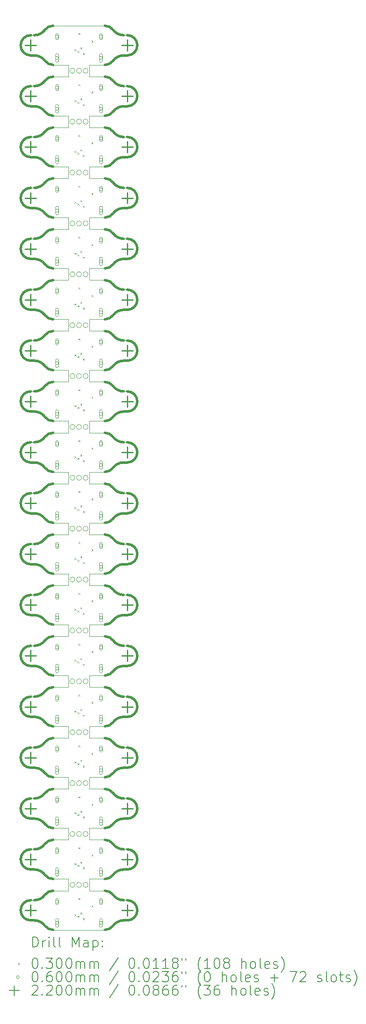
<source format=gbr>
%TF.GenerationSoftware,KiCad,Pcbnew,8.99.0-946-gf00a1ab517*%
%TF.CreationDate,2024-05-19T19:51:50+07:00*%
%TF.ProjectId,dtb_toro,6474625f-746f-4726-9f2e-6b696361645f,rev?*%
%TF.SameCoordinates,Original*%
%TF.FileFunction,Drillmap*%
%TF.FilePolarity,Positive*%
%FSLAX45Y45*%
G04 Gerber Fmt 4.5, Leading zero omitted, Abs format (unit mm)*
G04 Created by KiCad (PCBNEW 8.99.0-946-gf00a1ab517) date 2024-05-19 19:51:50*
%MOMM*%
%LPD*%
G01*
G04 APERTURE LIST*
%ADD10C,0.050000*%
%ADD11C,0.500000*%
%ADD12C,0.200000*%
%ADD13C,0.100000*%
%ADD14C,0.220000*%
G04 APERTURE END LIST*
D10*
X54647320Y-5257940D02*
X53626661Y-5257940D01*
X54346982Y3742030D02*
X54647320Y3742030D01*
X54347003Y3512034D02*
X54647342Y3512034D01*
X53626661Y3742030D02*
X53927000Y3742030D01*
X53626682Y3512039D02*
X53927020Y3512039D01*
X54056992Y3627034D02*
G75*
G02*
X53957013Y3627034I-49990J0D01*
G01*
X53957013Y3627034D02*
G75*
G02*
X54056992Y3627034I49990J0D01*
G01*
X54316992Y3627034D02*
G75*
G02*
X54217013Y3627034I-49990J0D01*
G01*
X54217013Y3627034D02*
G75*
G02*
X54316992Y3627034I49990J0D01*
G01*
X54186992Y3627034D02*
G75*
G02*
X54087013Y3627034I-49990J0D01*
G01*
X54087013Y3627034D02*
G75*
G02*
X54186992Y3627034I49990J0D01*
G01*
X54346982Y3742034D02*
X54347003Y3512034D01*
X53927000Y3742034D02*
X53927020Y3512039D01*
D11*
X55015722Y-674357D02*
G75*
G02*
X54807357Y-568927I-1J258612D01*
G01*
X53466634Y-1568926D02*
G75*
G02*
X53626682Y-1487948I160055J-117688D01*
G01*
X55015722Y-2674348D02*
G75*
G02*
X54807357Y-2568919I-1J258612D01*
G01*
X54647342Y-1487953D02*
G75*
G02*
X54807358Y-1568921I-5J-198612D01*
G01*
X54807361Y-3176973D02*
G75*
G02*
X54647320Y-3257949I-160038J117660D01*
G01*
X55087002Y-1674353D02*
G75*
G02*
X55086990Y-2071544I3J-198596D01*
G01*
X53466634Y-1568926D02*
G75*
G02*
X53258302Y-1674349I-208345J153161D01*
G01*
X53258272Y-3071548D02*
X53187002Y-3071548D01*
X54807361Y-2176977D02*
G75*
G02*
X54647320Y-2257953I-160038J117660D01*
G01*
X53187002Y-4071544D02*
G75*
G02*
X53188859Y-3674344I3J198604D01*
G01*
X54647342Y-2487948D02*
G75*
G02*
X54807358Y-2568917I-5J-198612D01*
G01*
X53466634Y-568930D02*
G75*
G02*
X53258302Y-674353I-208345J153161D01*
G01*
X53258272Y-2071553D02*
G75*
G02*
X53466644Y-2176987I10J-258605D01*
G01*
X53626661Y-2257953D02*
G75*
G02*
X53466644Y-2176987I0J198608D01*
G01*
X53258272Y-2071553D02*
X53187002Y-2071553D01*
X53187002Y-3071548D02*
G75*
G02*
X53188859Y-2674349I3J198604D01*
G01*
D10*
X53258302Y-3674340D02*
X53188859Y-3674344D01*
D11*
X53258272Y-1071557D02*
G75*
G02*
X53466644Y-1176991I10J-258605D01*
G01*
X53187002Y-1071557D02*
G75*
G02*
X53188859Y-674357I3J198604D01*
G01*
D10*
X55087002Y-1674353D02*
X55015722Y-1674353D01*
D11*
X53258272Y-4071544D02*
G75*
G02*
X53466644Y-4176978I10J-258605D01*
G01*
X55087002Y2325630D02*
G75*
G02*
X55086990Y1928438I3J-198596D01*
G01*
X54807361Y1823005D02*
G75*
G02*
X54647320Y1742030I-160038J117660D01*
G01*
X54807361Y1823005D02*
G75*
G02*
X55015736Y1928434I208370J-153198D01*
G01*
X55086990Y-4071536D02*
X55015736Y-4071540D01*
X53187002Y-2071553D02*
G75*
G02*
X53188859Y-1674353I3J198604D01*
G01*
X54807361Y-4176969D02*
G75*
G02*
X54647320Y-4257945I-160038J117660D01*
G01*
X53187002Y928434D02*
G75*
G02*
X53188859Y1325634I3J198604D01*
G01*
X53466634Y-3568917D02*
G75*
G02*
X53258302Y-3674340I-208345J153161D01*
G01*
X54807361Y-2176977D02*
G75*
G02*
X55015736Y-2071549I208370J-153198D01*
G01*
D10*
X53258302Y-674353D02*
X53188859Y-674357D01*
D11*
X55086990Y-1071549D02*
X55015736Y-1071553D01*
X53466634Y-568930D02*
G75*
G02*
X53626682Y-487952I160055J-117688D01*
G01*
D10*
X55087002Y-674357D02*
X55015722Y-674357D01*
X53258302Y2325634D02*
X53188859Y2325630D01*
D11*
X55086990Y-2071544D02*
X55015736Y-2071549D01*
X55015722Y-1674353D02*
G75*
G02*
X54807357Y-1568923I-1J258612D01*
G01*
D10*
X53258302Y-1674349D02*
X53188859Y-1674353D01*
D11*
X55087002Y-674357D02*
G75*
G02*
X55086990Y-1071549I3J-198596D01*
G01*
X53626661Y1742030D02*
G75*
G02*
X53466644Y1822996I0J198608D01*
G01*
X54807361Y-1176982D02*
G75*
G02*
X54647320Y-1257957I-160038J117660D01*
G01*
X53258272Y-1071557D02*
X53187002Y-1071557D01*
X53626661Y-1257957D02*
G75*
G02*
X53466644Y-1176991I0J198608D01*
G01*
X54647342Y2512030D02*
G75*
G02*
X54807358Y2431061I-5J-198612D01*
G01*
X54647342Y-487957D02*
G75*
G02*
X54807358Y-568926I-5J-198612D01*
G01*
X54807361Y-1176982D02*
G75*
G02*
X55015736Y-1071553I208370J-153198D01*
G01*
X55086990Y-3071540D02*
X55015736Y-3071545D01*
X53258272Y-3071548D02*
G75*
G02*
X53466644Y-3176982I10J-258605D01*
G01*
X55087002Y-2674348D02*
G75*
G02*
X55086990Y-3071540I3J-198596D01*
G01*
X53466634Y-2568922D02*
G75*
G02*
X53258302Y-2674345I-208345J153161D01*
G01*
X54807361Y-3176973D02*
G75*
G02*
X55015736Y-3071545I208370J-153198D01*
G01*
D10*
X53258302Y-2674345D02*
X53188859Y-2674349D01*
D11*
X53626661Y-3257948D02*
G75*
G02*
X53466644Y-3176982I0J198608D01*
G01*
D10*
X55087002Y-2674348D02*
X55015722Y-2674348D01*
D11*
X53466634Y-2568922D02*
G75*
G02*
X53626682Y-2487944I160055J-117688D01*
G01*
D10*
X55087002Y3325630D02*
X55015722Y3325630D01*
D11*
X53187002Y2928430D02*
G75*
G02*
X53188859Y3325630I3J198604D01*
G01*
X53258272Y2928430D02*
G75*
G02*
X53466644Y2822996I9J-258606D01*
G01*
X55086990Y2928438D02*
X55015736Y2928434D01*
X53466634Y3431057D02*
G75*
G02*
X53258302Y3325634I-208345J153162D01*
G01*
D10*
X53258302Y3325634D02*
X53188859Y3325630D01*
D11*
X54807361Y2823005D02*
G75*
G02*
X54647320Y2742030I-160038J117660D01*
G01*
X53258272Y2928430D02*
X53187002Y2928430D01*
X55015722Y3325630D02*
G75*
G02*
X54807357Y3431060I-1J258612D01*
G01*
X54807361Y2823005D02*
G75*
G02*
X55015736Y2928434I208370J-153198D01*
G01*
X54647342Y3512030D02*
G75*
G02*
X54807358Y3431061I-5J-198613D01*
G01*
X55087002Y3325630D02*
G75*
G02*
X55086990Y2928438I3J-198596D01*
G01*
X53466634Y2431057D02*
G75*
G02*
X53626682Y2512035I160055J-117688D01*
G01*
X53466634Y3431057D02*
G75*
G02*
X53626682Y3512035I160055J-117688D01*
G01*
X55015722Y2325630D02*
G75*
G02*
X54807357Y2431060I-1J258612D01*
G01*
X53258272Y1928430D02*
G75*
G02*
X53466644Y1822996I10J-258605D01*
G01*
X54807361Y823010D02*
G75*
G02*
X54647320Y742034I-160038J117660D01*
G01*
X53258272Y928434D02*
X53187002Y928434D01*
X53626661Y2742030D02*
G75*
G02*
X53466644Y2822996I0J198608D01*
G01*
X55015722Y1325634D02*
G75*
G02*
X54807357Y1431064I-1J258612D01*
G01*
X53466634Y2431057D02*
G75*
G02*
X53258302Y2325634I-208345J153161D01*
G01*
X55086990Y1928438D02*
X55015736Y1928434D01*
D10*
X55087002Y2325630D02*
X55015722Y2325630D01*
X55087002Y1325634D02*
X55015722Y1325634D01*
D11*
X53258272Y1928430D02*
X53187002Y1928430D01*
X53187002Y1928430D02*
G75*
G02*
X53188859Y2325630I3J198604D01*
G01*
X55087002Y-3674344D02*
G75*
G02*
X55086990Y-4071536I3J-198596D01*
G01*
X53626661Y-4257944D02*
G75*
G02*
X53466644Y-4176978I0J198608D01*
G01*
X53466634Y-3568917D02*
G75*
G02*
X53626682Y-3487939I160055J-117688D01*
G01*
X53258272Y-4071544D02*
X53187002Y-4071544D01*
D10*
X55087002Y-4674340D02*
X55015722Y-4674340D01*
D11*
X54647342Y-3487944D02*
G75*
G02*
X54807358Y-3568913I-5J-198612D01*
G01*
X54807361Y-4176969D02*
G75*
G02*
X55015736Y-4071540I208370J-153198D01*
G01*
D10*
X55087002Y-3674344D02*
X55015722Y-3674344D01*
D11*
X53258272Y-5071540D02*
G75*
G02*
X53466644Y-5176974I10J-258605D01*
G01*
X53258272Y-5071540D02*
X53187002Y-5071540D01*
X55086990Y-5071531D02*
X55015736Y-5071536D01*
D10*
X53258302Y-4674336D02*
X53188859Y-4674340D01*
D11*
X55015722Y-3674344D02*
G75*
G02*
X54807357Y-3568914I-1J258612D01*
G01*
X53187002Y-5071540D02*
G75*
G02*
X53188859Y-4674340I3J198604D01*
G01*
X55015722Y-4674340D02*
G75*
G02*
X54807357Y-4568910I-1J258612D01*
G01*
X54807361Y-5176964D02*
G75*
G02*
X55015736Y-5071536I208370J-153198D01*
G01*
X55087002Y-4674340D02*
G75*
G02*
X55086990Y-5071531I3J-198596D01*
G01*
X54647342Y-4487940D02*
G75*
G02*
X54807358Y-4568909I-5J-198612D01*
G01*
X53626661Y-5257940D02*
G75*
G02*
X53466644Y-5176974I0J198608D01*
G01*
X53466634Y-4568913D02*
G75*
G02*
X53626682Y-4487935I160055J-117688D01*
G01*
D10*
X54346982Y2742030D02*
X54647320Y2742030D01*
X53626661Y2742030D02*
X53927000Y2742030D01*
D11*
X53466634Y-4568913D02*
G75*
G02*
X53258302Y-4674336I-208345J153161D01*
G01*
X54807361Y-5176964D02*
G75*
G02*
X54647320Y-5257940I-160038J117660D01*
G01*
X55086990Y-71553D02*
X55015736Y-71558D01*
X55086990Y928443D02*
X55015736Y928438D01*
X55087002Y325639D02*
G75*
G02*
X55086990Y-71553I3J-198596D01*
G01*
X54807361Y823010D02*
G75*
G02*
X55015736Y928438I208370J-153198D01*
G01*
X53187002Y-71561D02*
G75*
G02*
X53188859Y325638I3J198604D01*
G01*
D10*
X53626661Y-4257944D02*
X53927000Y-4257944D01*
X53626661Y-1257957D02*
X53927000Y-1257957D01*
X53626682Y2512035D02*
X53927020Y2512035D01*
D11*
X53626661Y-257961D02*
G75*
G02*
X53466644Y-176995I0J198608D01*
G01*
D10*
X53258302Y1325638D02*
X53188859Y1325634D01*
X53258302Y325643D02*
X53188859Y325638D01*
D11*
X55015722Y325639D02*
G75*
G02*
X54807357Y431068I-1J258612D01*
G01*
X53466634Y431065D02*
G75*
G02*
X53626682Y512043I160055J-117688D01*
G01*
D10*
X55087002Y325639D02*
X55015722Y325639D01*
D11*
X53258272Y-71561D02*
X53187002Y-71561D01*
D10*
X53927000Y2742030D02*
X53927020Y2512035D01*
X53626682Y-4487935D02*
X53927020Y-4487935D01*
D11*
X53466634Y431065D02*
G75*
G02*
X53258302Y325643I-208345J153161D01*
G01*
X53466634Y1431061D02*
G75*
G02*
X53258302Y1325638I-208345J153161D01*
G01*
X54647342Y512039D02*
G75*
G02*
X54807358Y431070I-5J-198612D01*
G01*
X54807361Y-176986D02*
G75*
G02*
X54647320Y-257962I-160038J117660D01*
G01*
X53626661Y742034D02*
G75*
G02*
X53466644Y823000I0J198608D01*
G01*
X53466634Y1431061D02*
G75*
G02*
X53626682Y1512039I160055J-117688D01*
G01*
X53258272Y928434D02*
G75*
G02*
X53466644Y823000I10J-258605D01*
G01*
X54807361Y-176986D02*
G75*
G02*
X55015736Y-71558I208370J-153198D01*
G01*
X55087002Y1325634D02*
G75*
G02*
X55086990Y928443I3J-198596D01*
G01*
D10*
X54347003Y-4487940D02*
X54647342Y-4487940D01*
D11*
X53258272Y-71561D02*
G75*
G02*
X53466644Y-176995I10J-258605D01*
G01*
D10*
X53626682Y-3487939D02*
X53927020Y-3487939D01*
X54346982Y1742030D02*
X54647320Y1742030D01*
X54346982Y-1257958D02*
X54647320Y-1257957D01*
D11*
X54647342Y1512034D02*
G75*
G02*
X54807358Y1431066I-5J-198612D01*
G01*
D10*
X53626661Y-3257948D02*
X53927000Y-3257948D01*
X53626682Y512043D02*
X53927020Y512043D01*
X53927000Y742034D02*
X53927020Y512039D01*
X53927000Y-4257944D02*
X53927020Y-4487939D01*
X53626682Y-2487944D02*
X53927020Y-2487944D01*
X54347003Y-1487953D02*
X54647342Y-1487953D01*
X54347003Y-2487949D02*
X54647342Y-2487948D01*
X54347003Y1512034D02*
X54647342Y1512034D01*
X53626682Y-487952D02*
X53927020Y-487952D01*
X53626661Y742034D02*
X53927000Y742034D01*
X54316992Y1627030D02*
G75*
G02*
X54217013Y1627030I-49990J0D01*
G01*
X54217013Y1627030D02*
G75*
G02*
X54316992Y1627030I49990J0D01*
G01*
X54346982Y742034D02*
X54647320Y742034D01*
X54347003Y2512030D02*
X54647342Y2512030D01*
X53927000Y-3257948D02*
X53927020Y-3487944D01*
X54056992Y-1372957D02*
G75*
G02*
X53957013Y-1372957I-49990J0D01*
G01*
X53957013Y-1372957D02*
G75*
G02*
X54056992Y-1372957I49990J0D01*
G01*
X54056992Y-4372944D02*
G75*
G02*
X53957013Y-4372944I-49990J0D01*
G01*
X53957013Y-4372944D02*
G75*
G02*
X54056992Y-4372944I49990J0D01*
G01*
X54186992Y627034D02*
G75*
G02*
X54087013Y627034I-49990J0D01*
G01*
X54087013Y627034D02*
G75*
G02*
X54186992Y627034I49990J0D01*
G01*
X54316992Y-4372944D02*
G75*
G02*
X54217013Y-4372944I-49990J0D01*
G01*
X54217013Y-4372944D02*
G75*
G02*
X54316992Y-4372944I49990J0D01*
G01*
X54316992Y-3372949D02*
G75*
G02*
X54217013Y-3372949I-49990J0D01*
G01*
X54217013Y-3372949D02*
G75*
G02*
X54316992Y-3372949I49990J0D01*
G01*
X54316992Y-372962D02*
G75*
G02*
X54217013Y-372962I-49990J0D01*
G01*
X54217013Y-372962D02*
G75*
G02*
X54316992Y-372962I49990J0D01*
G01*
X54346982Y-2257953D02*
X54347003Y-2487953D01*
X54316992Y-2372953D02*
G75*
G02*
X54217013Y-2372953I-49990J0D01*
G01*
X54217013Y-2372953D02*
G75*
G02*
X54316992Y-2372953I49990J0D01*
G01*
X54346982Y-257962D02*
X54647320Y-257962D01*
X54346982Y1742030D02*
X54347003Y1512030D01*
X53927000Y-1257957D02*
X53927020Y-1487952D01*
X54346982Y742034D02*
X54347003Y512034D01*
X53927000Y-2257953D02*
X53927020Y-2487948D01*
X54346982Y-4257945D02*
X54347003Y-4487944D01*
X53626682Y-1487948D02*
X53927020Y-1487948D01*
X54186992Y-372962D02*
G75*
G02*
X54087013Y-372962I-49990J0D01*
G01*
X54087013Y-372962D02*
G75*
G02*
X54186992Y-372962I49990J0D01*
G01*
X54187000Y2627033D02*
G75*
G02*
X54087020Y2627033I-49990J0D01*
G01*
X54087020Y2627033D02*
G75*
G02*
X54187000Y2627033I49990J0D01*
G01*
X54056992Y-2372953D02*
G75*
G02*
X53957013Y-2372953I-49990J0D01*
G01*
X53957013Y-2372953D02*
G75*
G02*
X54056992Y-2372953I49990J0D01*
G01*
X53626682Y1512039D02*
X53927020Y1512039D01*
X54056992Y-372962D02*
G75*
G02*
X53957013Y-372962I-49990J0D01*
G01*
X53957013Y-372962D02*
G75*
G02*
X54056992Y-372962I49990J0D01*
G01*
X54347003Y-3487944D02*
X54647342Y-3487944D01*
X54346982Y-3257949D02*
X54347003Y-3487948D01*
X53927000Y-257961D02*
X53927020Y-487957D01*
X54346982Y-257962D02*
X54347003Y-487961D01*
X54056992Y627034D02*
G75*
G02*
X53957013Y627034I-49990J0D01*
G01*
X53957013Y627034D02*
G75*
G02*
X54056992Y627034I49990J0D01*
G01*
X54186992Y1627030D02*
G75*
G02*
X54087013Y1627030I-49990J0D01*
G01*
X54087013Y1627030D02*
G75*
G02*
X54186992Y1627030I49990J0D01*
G01*
X54317000Y2627033D02*
G75*
G02*
X54217020Y2627033I-49990J0D01*
G01*
X54217020Y2627033D02*
G75*
G02*
X54317000Y2627033I49990J0D01*
G01*
X54316992Y627034D02*
G75*
G02*
X54217013Y627034I-49990J0D01*
G01*
X54217013Y627034D02*
G75*
G02*
X54316992Y627034I49990J0D01*
G01*
X54347003Y-487957D02*
X54647342Y-487957D01*
X54056992Y-3372949D02*
G75*
G02*
X53957013Y-3372949I-49990J0D01*
G01*
X53957013Y-3372949D02*
G75*
G02*
X54056992Y-3372949I49990J0D01*
G01*
X53626661Y-257961D02*
X53927000Y-257961D01*
X53626661Y1742030D02*
X53927000Y1742030D01*
X54346982Y-3257949D02*
X54647320Y-3257949D01*
X54346982Y-1257958D02*
X54347003Y-1487957D01*
X54346982Y-2257953D02*
X54647320Y-2257953D01*
X54347003Y512039D02*
X54647342Y512039D01*
X54316992Y-1372957D02*
G75*
G02*
X54217013Y-1372957I-49990J0D01*
G01*
X54217013Y-1372957D02*
G75*
G02*
X54316992Y-1372957I49990J0D01*
G01*
X54346982Y-4257945D02*
X54647320Y-4257945D01*
X54186992Y-2372953D02*
G75*
G02*
X54087013Y-2372953I-49990J0D01*
G01*
X54087013Y-2372953D02*
G75*
G02*
X54186992Y-2372953I49990J0D01*
G01*
X53927000Y1742030D02*
X53927020Y1512035D01*
X54346982Y2742030D02*
X54347003Y2512030D01*
X53626661Y-2257953D02*
X53927000Y-2257953D01*
X54186992Y-1372957D02*
G75*
G02*
X54087013Y-1372957I-49990J0D01*
G01*
X54087013Y-1372957D02*
G75*
G02*
X54186992Y-1372957I49990J0D01*
G01*
X54056992Y1627030D02*
G75*
G02*
X53957013Y1627030I-49990J0D01*
G01*
X53957013Y1627030D02*
G75*
G02*
X54056992Y1627030I49990J0D01*
G01*
X54186992Y-3372949D02*
G75*
G02*
X54087013Y-3372949I-49990J0D01*
G01*
X54087013Y-3372949D02*
G75*
G02*
X54186992Y-3372949I49990J0D01*
G01*
X54057000Y2627033D02*
G75*
G02*
X53957020Y2627033I-49990J0D01*
G01*
X53957020Y2627033D02*
G75*
G02*
X54057000Y2627033I49990J0D01*
G01*
X54186992Y-4372944D02*
G75*
G02*
X54087013Y-4372944I-49990J0D01*
G01*
X54087013Y-4372944D02*
G75*
G02*
X54186992Y-4372944I49990J0D01*
G01*
X54056992Y4627026D02*
G75*
G02*
X53957013Y4627026I-49990J0D01*
G01*
X53957013Y4627026D02*
G75*
G02*
X54056992Y4627026I49990J0D01*
G01*
X54316992Y4627026D02*
G75*
G02*
X54217013Y4627026I-49990J0D01*
G01*
X54217013Y4627026D02*
G75*
G02*
X54316992Y4627026I49990J0D01*
G01*
X54186992Y4627026D02*
G75*
G02*
X54087013Y4627026I-49990J0D01*
G01*
X54087013Y4627026D02*
G75*
G02*
X54186992Y4627026I49990J0D01*
G01*
X54056992Y5627021D02*
G75*
G02*
X53957013Y5627021I-49990J0D01*
G01*
X53957013Y5627021D02*
G75*
G02*
X54056992Y5627021I49990J0D01*
G01*
X54316992Y5627021D02*
G75*
G02*
X54217013Y5627021I-49990J0D01*
G01*
X54217013Y5627021D02*
G75*
G02*
X54316992Y5627021I49990J0D01*
G01*
X54186992Y5627021D02*
G75*
G02*
X54087013Y5627021I-49990J0D01*
G01*
X54087013Y5627021D02*
G75*
G02*
X54186992Y5627021I49990J0D01*
G01*
X54056992Y6627017D02*
G75*
G02*
X53957013Y6627017I-49990J0D01*
G01*
X53957013Y6627017D02*
G75*
G02*
X54056992Y6627017I49990J0D01*
G01*
X54316992Y6627017D02*
G75*
G02*
X54217013Y6627017I-49990J0D01*
G01*
X54217013Y6627017D02*
G75*
G02*
X54316992Y6627017I49990J0D01*
G01*
X54186992Y6627017D02*
G75*
G02*
X54087013Y6627017I-49990J0D01*
G01*
X54087013Y6627017D02*
G75*
G02*
X54186992Y6627017I49990J0D01*
G01*
X54056992Y7627013D02*
G75*
G02*
X53957013Y7627013I-49990J0D01*
G01*
X53957013Y7627013D02*
G75*
G02*
X54056992Y7627013I49990J0D01*
G01*
X54316992Y7627013D02*
G75*
G02*
X54217013Y7627013I-49990J0D01*
G01*
X54217013Y7627013D02*
G75*
G02*
X54316992Y7627013I49990J0D01*
G01*
X54186992Y7627013D02*
G75*
G02*
X54087013Y7627013I-49990J0D01*
G01*
X54087013Y7627013D02*
G75*
G02*
X54186992Y7627013I49990J0D01*
G01*
X54056992Y8627008D02*
G75*
G02*
X53957013Y8627008I-49990J0D01*
G01*
X53957013Y8627008D02*
G75*
G02*
X54056992Y8627008I49990J0D01*
G01*
X54316992Y8627008D02*
G75*
G02*
X54217013Y8627008I-49990J0D01*
G01*
X54217013Y8627008D02*
G75*
G02*
X54316992Y8627008I49990J0D01*
G01*
X54186992Y8627008D02*
G75*
G02*
X54087013Y8627008I-49990J0D01*
G01*
X54087013Y8627008D02*
G75*
G02*
X54186992Y8627008I49990J0D01*
G01*
X54056992Y9627004D02*
G75*
G02*
X53957013Y9627004I-49990J0D01*
G01*
X53957013Y9627004D02*
G75*
G02*
X54056992Y9627004I49990J0D01*
G01*
X54316992Y9627004D02*
G75*
G02*
X54217013Y9627004I-49990J0D01*
G01*
X54217013Y9627004D02*
G75*
G02*
X54316992Y9627004I49990J0D01*
G01*
X54186992Y9627004D02*
G75*
G02*
X54087013Y9627004I-49990J0D01*
G01*
X54087013Y9627004D02*
G75*
G02*
X54186992Y9627004I49990J0D01*
G01*
X54056992Y10627000D02*
G75*
G02*
X53957013Y10627000I-49990J0D01*
G01*
X53957013Y10627000D02*
G75*
G02*
X54056992Y10627000I49990J0D01*
G01*
X54316992Y10627000D02*
G75*
G02*
X54217013Y10627000I-49990J0D01*
G01*
X54217013Y10627000D02*
G75*
G02*
X54316992Y10627000I49990J0D01*
G01*
X54186992Y10627000D02*
G75*
G02*
X54087013Y10627000I-49990J0D01*
G01*
X54087013Y10627000D02*
G75*
G02*
X54186992Y10627000I49990J0D01*
G01*
X54317000Y11627002D02*
G75*
G02*
X54217020Y11627002I-49990J0D01*
G01*
X54217020Y11627002D02*
G75*
G02*
X54317000Y11627002I49990J0D01*
G01*
X54187000Y11627002D02*
G75*
G02*
X54087020Y11627002I-49990J0D01*
G01*
X54087020Y11627002D02*
G75*
G02*
X54187000Y11627002I49990J0D01*
G01*
X54057000Y11627002D02*
G75*
G02*
X53957020Y11627002I-49990J0D01*
G01*
X53957020Y11627002D02*
G75*
G02*
X54057000Y11627002I49990J0D01*
G01*
X54346982Y4742025D02*
X54347003Y4512026D01*
X53927000Y4742026D02*
X53927020Y4512031D01*
X54346982Y5742021D02*
X54347003Y5512021D01*
X53927000Y5742021D02*
X53927020Y5512026D01*
X54346982Y6742017D02*
X54347003Y6512017D01*
X53927000Y6742017D02*
X53927020Y6512022D01*
X54346982Y7742012D02*
X54347003Y7512013D01*
X53927000Y7742013D02*
X53927020Y7512018D01*
X54346982Y8742008D02*
X54347003Y8512009D01*
X53927000Y8742009D02*
X53927020Y8512013D01*
X54346982Y9742004D02*
X54347003Y9512004D01*
X53927000Y9742004D02*
X53927020Y9512009D01*
X54346982Y10742000D02*
X54347003Y10512000D01*
X53927000Y10742000D02*
X53927020Y10512005D01*
X53927000Y11742000D02*
X53927020Y11512005D01*
X54347003Y4512030D02*
X54647342Y4512030D01*
X53626682Y4512035D02*
X53927020Y4512035D01*
X54347003Y5512026D02*
X54647342Y5512026D01*
X53626682Y5512030D02*
X53927020Y5512031D01*
X54347003Y6512021D02*
X54647342Y6512021D01*
X53626682Y6512026D02*
X53927020Y6512026D01*
X54347003Y7512017D02*
X54647342Y7512017D01*
X53626682Y7512022D02*
X53927020Y7512022D01*
X54347003Y8512013D02*
X54647342Y8512013D01*
X53626682Y8512018D02*
X53927020Y8512018D01*
X54347003Y9512009D02*
X54647342Y9512009D01*
X53626682Y9512013D02*
X53927020Y9512013D01*
X54347003Y10512004D02*
X54647342Y10512004D01*
X53626682Y10512009D02*
X53927020Y10512009D01*
X54347003Y11512000D02*
X54647342Y11512000D01*
X53626682Y11512005D02*
X53927020Y11512005D01*
X53626661Y4742026D02*
X53927000Y4742026D01*
X54346982Y4742025D02*
X54647320Y4742025D01*
X53626661Y5742021D02*
X53927000Y5742021D01*
X54346982Y5742021D02*
X54647320Y5742021D01*
X53626661Y6742017D02*
X53927000Y6742017D01*
X54346982Y6742017D02*
X54647320Y6742017D01*
X53626661Y7742013D02*
X53927000Y7742013D01*
X54346982Y7742012D02*
X54647320Y7742012D01*
X53626661Y8742009D02*
X53927000Y8742009D01*
X54346982Y8742008D02*
X54647320Y8742008D01*
X53626661Y9742004D02*
X53927000Y9742004D01*
X54346982Y9742004D02*
X54647320Y9742004D01*
X53626661Y10742000D02*
X53927000Y10742000D01*
X54346982Y10742000D02*
X54647320Y10742000D01*
X54346982Y11741999D02*
X54647320Y11742000D01*
X53626661Y11742000D02*
X53927000Y11742000D01*
D11*
X53466634Y4431057D02*
G75*
G02*
X53626682Y4512035I160055J-117688D01*
G01*
X53626661Y3742030D02*
G75*
G02*
X53466644Y3822996I0J198608D01*
G01*
X54647342Y4512030D02*
G75*
G02*
X54807358Y4431061I-5J-198613D01*
G01*
X55087002Y4325630D02*
G75*
G02*
X55086990Y3928438I3J-198596D01*
G01*
X54807361Y3823005D02*
G75*
G02*
X55015736Y3928434I208370J-153198D01*
G01*
D10*
X55087002Y4325630D02*
X55015722Y4325630D01*
D11*
X55015722Y4325630D02*
G75*
G02*
X54807357Y4431060I-1J258612D01*
G01*
X53258272Y3928430D02*
X53187002Y3928430D01*
X54807361Y3823005D02*
G75*
G02*
X54647320Y3742030I-160038J117660D01*
G01*
X53187002Y3928430D02*
G75*
G02*
X53188859Y4325630I3J198604D01*
G01*
D10*
X53258302Y4325634D02*
X53188859Y4325630D01*
D11*
X53466634Y4431057D02*
G75*
G02*
X53258302Y4325634I-208345J153162D01*
G01*
X55086990Y3928438D02*
X55015736Y3928434D01*
X53258272Y3928430D02*
G75*
G02*
X53466644Y3822996I9J-258606D01*
G01*
X53466634Y5431053D02*
G75*
G02*
X53626682Y5512030I160055J-117688D01*
G01*
X53626661Y4742026D02*
G75*
G02*
X53466644Y4822992I0J198608D01*
G01*
X54647342Y5512026D02*
G75*
G02*
X54807358Y5431057I-5J-198613D01*
G01*
X55087002Y5325626D02*
G75*
G02*
X55086990Y4928434I3J-198596D01*
G01*
X54807361Y4823001D02*
G75*
G02*
X55015736Y4928429I208370J-153198D01*
G01*
D10*
X55087002Y5325626D02*
X55015722Y5325626D01*
D11*
X55015722Y5325626D02*
G75*
G02*
X54807357Y5431056I-1J258612D01*
G01*
X53258272Y4928426D02*
X53187002Y4928426D01*
X54807361Y4823001D02*
G75*
G02*
X54647320Y4742025I-160038J117660D01*
G01*
X53187002Y4928426D02*
G75*
G02*
X53188859Y5325626I3J198604D01*
G01*
D10*
X53258302Y5325630D02*
X53188859Y5325626D01*
D11*
X53466634Y5431053D02*
G75*
G02*
X53258302Y5325630I-208345J153162D01*
G01*
X55086990Y4928434D02*
X55015736Y4928429D01*
X53258272Y4928426D02*
G75*
G02*
X53466644Y4822992I9J-258606D01*
G01*
X53466634Y6431048D02*
G75*
G02*
X53626682Y6512026I160055J-117688D01*
G01*
X53626661Y5742021D02*
G75*
G02*
X53466644Y5822988I0J198608D01*
G01*
X54647342Y6512021D02*
G75*
G02*
X54807358Y6431053I-5J-198613D01*
G01*
X55087002Y6325621D02*
G75*
G02*
X55086990Y5928430I3J-198596D01*
G01*
X54807361Y5822997D02*
G75*
G02*
X55015736Y5928425I208370J-153198D01*
G01*
D10*
X55087002Y6325621D02*
X55015722Y6325621D01*
D11*
X55015722Y6325621D02*
G75*
G02*
X54807357Y6431051I-1J258612D01*
G01*
X53258272Y5928421D02*
X53187002Y5928421D01*
X54807361Y5822997D02*
G75*
G02*
X54647320Y5742021I-160038J117660D01*
G01*
X53187002Y5928421D02*
G75*
G02*
X53188859Y6325621I3J198604D01*
G01*
D10*
X53258302Y6325625D02*
X53188859Y6325621D01*
D11*
X53466634Y6431048D02*
G75*
G02*
X53258302Y6325625I-208345J153162D01*
G01*
X55086990Y5928430D02*
X55015736Y5928425D01*
X53258272Y5928421D02*
G75*
G02*
X53466644Y5822988I9J-258606D01*
G01*
X53466634Y7431044D02*
G75*
G02*
X53626682Y7512022I160055J-117688D01*
G01*
X53626661Y6742017D02*
G75*
G02*
X53466644Y6822983I0J198608D01*
G01*
X54647342Y7512017D02*
G75*
G02*
X54807358Y7431048I-5J-198613D01*
G01*
X55087002Y7325617D02*
G75*
G02*
X55086990Y6928426I3J-198596D01*
G01*
X54807361Y6822993D02*
G75*
G02*
X55015736Y6928421I208370J-153198D01*
G01*
D10*
X55087002Y7325617D02*
X55015722Y7325617D01*
D11*
X55015722Y7325617D02*
G75*
G02*
X54807357Y7431047I-1J258612D01*
G01*
X53258272Y6928417D02*
X53187002Y6928417D01*
X54807361Y6822993D02*
G75*
G02*
X54647320Y6742017I-160038J117660D01*
G01*
X53187002Y6928417D02*
G75*
G02*
X53188859Y7325617I3J198604D01*
G01*
D10*
X53258302Y7325621D02*
X53188859Y7325617D01*
D11*
X53466634Y7431044D02*
G75*
G02*
X53258302Y7325621I-208345J153162D01*
G01*
X55086990Y6928426D02*
X55015736Y6928421D01*
X53258272Y6928417D02*
G75*
G02*
X53466644Y6822983I9J-258606D01*
G01*
X53466634Y8431040D02*
G75*
G02*
X53626682Y8512018I160055J-117688D01*
G01*
X53626661Y7742013D02*
G75*
G02*
X53466644Y7822979I0J198608D01*
G01*
X54647342Y8512013D02*
G75*
G02*
X54807358Y8431044I-5J-198613D01*
G01*
X55087002Y8325613D02*
G75*
G02*
X55086990Y7928421I3J-198596D01*
G01*
X54807361Y7822988D02*
G75*
G02*
X55015736Y7928416I208370J-153198D01*
G01*
D10*
X55087002Y8325613D02*
X55015722Y8325613D01*
D11*
X55015722Y8325613D02*
G75*
G02*
X54807357Y8431043I-1J258612D01*
G01*
X53258272Y7928413D02*
X53187002Y7928413D01*
X54807361Y7822988D02*
G75*
G02*
X54647320Y7742012I-160038J117659D01*
G01*
X53187002Y7928413D02*
G75*
G02*
X53188859Y8325613I3J198604D01*
G01*
D10*
X53258302Y8325617D02*
X53188859Y8325613D01*
D11*
X53466634Y8431040D02*
G75*
G02*
X53258302Y8325617I-208345J153162D01*
G01*
X55086990Y7928421D02*
X55015736Y7928416D01*
X53258272Y7928413D02*
G75*
G02*
X53466644Y7822979I9J-258606D01*
G01*
X53466634Y9431035D02*
G75*
G02*
X53626682Y9512013I160055J-117688D01*
G01*
X53626661Y8742009D02*
G75*
G02*
X53466644Y8822975I0J198608D01*
G01*
X54647342Y9512009D02*
G75*
G02*
X54807358Y9431040I-5J-198613D01*
G01*
X55087002Y9325609D02*
G75*
G02*
X55086990Y8928417I3J-198596D01*
G01*
X54807361Y8822984D02*
G75*
G02*
X55015736Y8928412I208370J-153198D01*
G01*
D10*
X55087002Y9325609D02*
X55015722Y9325609D01*
D11*
X55015722Y9325609D02*
G75*
G02*
X54807357Y9431038I-1J258612D01*
G01*
X53258272Y8928409D02*
X53187002Y8928409D01*
X54807361Y8822984D02*
G75*
G02*
X54647320Y8742008I-160038J117660D01*
G01*
X53187002Y8928409D02*
G75*
G02*
X53188859Y9325608I3J198604D01*
G01*
D10*
X53258302Y9325613D02*
X53188859Y9325608D01*
D11*
X53466634Y9431035D02*
G75*
G02*
X53258302Y9325613I-208345J153162D01*
G01*
X55086990Y8928417D02*
X55015736Y8928412D01*
X53258272Y8928409D02*
G75*
G02*
X53466644Y8822975I9J-258606D01*
G01*
X53466634Y10431031D02*
G75*
G02*
X53626682Y10512009I160055J-117688D01*
G01*
X53626661Y9742004D02*
G75*
G02*
X53466644Y9822970I0J198608D01*
G01*
X54647342Y10512004D02*
G75*
G02*
X54807358Y10431036I-5J-198613D01*
G01*
X55087002Y10325604D02*
G75*
G02*
X55086990Y9928413I3J-198596D01*
G01*
X54807361Y9822980D02*
G75*
G02*
X55015736Y9928408I208370J-153198D01*
G01*
D10*
X55087002Y10325604D02*
X55015722Y10325604D01*
D11*
X55015722Y10325604D02*
G75*
G02*
X54807357Y10431034I-1J258612D01*
G01*
X53258272Y9928404D02*
X53187002Y9928404D01*
X54807361Y9822980D02*
G75*
G02*
X54647320Y9742004I-160038J117660D01*
G01*
X53187002Y9928404D02*
G75*
G02*
X53188859Y10325604I3J198604D01*
G01*
D10*
X53258302Y10325608D02*
X53188859Y10325604D01*
D11*
X53466634Y10431031D02*
G75*
G02*
X53258302Y10325608I-208345J153162D01*
G01*
X55086990Y9928413D02*
X55015736Y9928408D01*
X53258272Y9928404D02*
G75*
G02*
X53466644Y9822970I9J-258606D01*
G01*
X53466634Y11431027D02*
G75*
G02*
X53626682Y11512005I160055J-117688D01*
G01*
X53626661Y10742000D02*
G75*
G02*
X53466644Y10822966I0J198608D01*
G01*
X54647342Y11512000D02*
G75*
G02*
X54807358Y11431031I-5J-198613D01*
G01*
X55087002Y11325600D02*
G75*
G02*
X55086990Y10928408I3J-198596D01*
G01*
X54807361Y10822975D02*
G75*
G02*
X55015736Y10928404I208370J-153198D01*
G01*
D10*
X55087002Y11325600D02*
X55015722Y11325600D01*
D11*
X55015722Y11325600D02*
G75*
G02*
X54807357Y11431030I-1J258612D01*
G01*
X53258272Y10928400D02*
X53187002Y10928400D01*
X54807361Y10822975D02*
G75*
G02*
X54647320Y10742000I-160038J117660D01*
G01*
X53187002Y10928400D02*
G75*
G02*
X53188859Y11325600I3J198604D01*
G01*
D10*
X53258302Y11325604D02*
X53188859Y11325600D01*
D11*
X53466634Y11431027D02*
G75*
G02*
X53258302Y11325604I-208345J153162D01*
G01*
X55086990Y10928408D02*
X55015736Y10928404D01*
X53258272Y10928400D02*
G75*
G02*
X53466644Y10822966I9J-258606D01*
G01*
X53258272Y11928400D02*
G75*
G02*
X53466645Y11822967I8J-258610D01*
G01*
X55087002Y12325600D02*
G75*
G02*
X55086990Y11928400I-2J-198600D01*
G01*
X54647342Y12512000D02*
G75*
G02*
X54807356Y12431030I-2J-198600D01*
G01*
D10*
X55087002Y12325600D02*
X55015722Y12325600D01*
D11*
X54807361Y11822975D02*
G75*
G02*
X54647320Y11741995I-160051J117675D01*
G01*
X53187002Y11928400D02*
G75*
G02*
X53188859Y12325591I-2J198600D01*
G01*
X55086990Y11928408D02*
X55015736Y11928404D01*
X54807361Y11822975D02*
G75*
G02*
X55015736Y11928400I208359J-153185D01*
G01*
X53466634Y12431027D02*
G75*
G02*
X53258302Y12325601I-208354J153173D01*
G01*
D10*
X53258302Y12325604D02*
X53188859Y12325600D01*
D11*
X53258272Y11928400D02*
X53187002Y11928400D01*
X55015722Y12325600D02*
G75*
G02*
X54807357Y12431030I-2J258610D01*
G01*
X53466634Y12431027D02*
G75*
G02*
X53626682Y12512002I160046J-117677D01*
G01*
X53626661Y11742000D02*
G75*
G02*
X53466646Y11822967I-2J198600D01*
G01*
D10*
X53626682Y12512005D02*
X54647342Y12512000D01*
X54346982Y11741999D02*
X54347003Y11512000D01*
D12*
D13*
X54049000Y12051000D02*
X54079000Y12021000D01*
X54079000Y12051000D02*
X54049000Y12021000D01*
X54049000Y11051000D02*
X54079000Y11021000D01*
X54079000Y11051000D02*
X54049000Y11021000D01*
X54049000Y10051004D02*
X54079000Y10021004D01*
X54079000Y10051004D02*
X54049000Y10021004D01*
X54049000Y9051009D02*
X54079000Y9021009D01*
X54079000Y9051009D02*
X54049000Y9021009D01*
X54049000Y8051013D02*
X54079000Y8021013D01*
X54079000Y8051013D02*
X54049000Y8021013D01*
X54049000Y7051017D02*
X54079000Y7021017D01*
X54079000Y7051017D02*
X54049000Y7021017D01*
X54049000Y6051021D02*
X54079000Y6021021D01*
X54079000Y6051021D02*
X54049000Y6021021D01*
X54049000Y5051026D02*
X54079000Y5021026D01*
X54079000Y5051026D02*
X54049000Y5021026D01*
X54049000Y4051030D02*
X54079000Y4021030D01*
X54079000Y4051030D02*
X54049000Y4021030D01*
X54049000Y3051030D02*
X54079000Y3021030D01*
X54079000Y3051030D02*
X54049000Y3021030D01*
X54049000Y2051030D02*
X54079000Y2021030D01*
X54079000Y2051030D02*
X54049000Y2021030D01*
X54049000Y1051034D02*
X54079000Y1021034D01*
X54079000Y1051034D02*
X54049000Y1021034D01*
X54049000Y51039D02*
X54079000Y21039D01*
X54079000Y51039D02*
X54049000Y21039D01*
X54049000Y-948957D02*
X54079000Y-978957D01*
X54079000Y-948957D02*
X54049000Y-978957D01*
X54049000Y-1948953D02*
X54079000Y-1978953D01*
X54079000Y-1948953D02*
X54049000Y-1978953D01*
X54049000Y-2948948D02*
X54079000Y-2978948D01*
X54079000Y-2948948D02*
X54049000Y-2978948D01*
X54049000Y-3948944D02*
X54079000Y-3978944D01*
X54079000Y-3948944D02*
X54049000Y-3978944D01*
X54049000Y-4948940D02*
X54079000Y-4978940D01*
X54079000Y-4948940D02*
X54049000Y-4978940D01*
X54107282Y12018372D02*
X54137282Y11988372D01*
X54137282Y12018372D02*
X54107282Y11988372D01*
X54107282Y11018373D02*
X54137282Y10988373D01*
X54137282Y11018373D02*
X54107282Y10988373D01*
X54107282Y10018377D02*
X54137282Y9988377D01*
X54137282Y10018377D02*
X54107282Y9988377D01*
X54107282Y9018381D02*
X54137282Y8988381D01*
X54137282Y9018381D02*
X54107282Y8988381D01*
X54107282Y8018385D02*
X54137282Y7988385D01*
X54137282Y8018385D02*
X54107282Y7988385D01*
X54107282Y7018390D02*
X54137282Y6988390D01*
X54137282Y7018390D02*
X54107282Y6988390D01*
X54107282Y6018394D02*
X54137282Y5988394D01*
X54137282Y6018394D02*
X54107282Y5988394D01*
X54107282Y5018398D02*
X54137282Y4988398D01*
X54137282Y5018398D02*
X54107282Y4988398D01*
X54107282Y4018403D02*
X54137282Y3988403D01*
X54137282Y4018403D02*
X54107282Y3988403D01*
X54107282Y3018403D02*
X54137282Y2988403D01*
X54137282Y3018403D02*
X54107282Y2988403D01*
X54107282Y2018403D02*
X54137282Y1988403D01*
X54137282Y2018403D02*
X54107282Y1988403D01*
X54107282Y1018407D02*
X54137282Y988407D01*
X54137282Y1018407D02*
X54107282Y988407D01*
X54107282Y18411D02*
X54137282Y-11589D01*
X54137282Y18411D02*
X54107282Y-11589D01*
X54107282Y-981584D02*
X54137282Y-1011584D01*
X54137282Y-981584D02*
X54107282Y-1011584D01*
X54107282Y-1981580D02*
X54137282Y-2011580D01*
X54137282Y-1981580D02*
X54107282Y-2011580D01*
X54107282Y-2981576D02*
X54137282Y-3011576D01*
X54137282Y-2981576D02*
X54107282Y-3011576D01*
X54107282Y-3981572D02*
X54137282Y-4011572D01*
X54137282Y-3981572D02*
X54107282Y-4011572D01*
X54107282Y-4981567D02*
X54137282Y-5011567D01*
X54137282Y-4981567D02*
X54107282Y-5011567D01*
X54123000Y12366000D02*
X54153000Y12336000D01*
X54153000Y12366000D02*
X54123000Y12336000D01*
X54123000Y11366000D02*
X54153000Y11336000D01*
X54153000Y11366000D02*
X54123000Y11336000D01*
X54123000Y10366004D02*
X54153000Y10336004D01*
X54153000Y10366004D02*
X54123000Y10336004D01*
X54123000Y9366009D02*
X54153000Y9336009D01*
X54153000Y9366009D02*
X54123000Y9336009D01*
X54123000Y8366013D02*
X54153000Y8336013D01*
X54153000Y8366013D02*
X54123000Y8336013D01*
X54123000Y7366017D02*
X54153000Y7336017D01*
X54153000Y7366017D02*
X54123000Y7336017D01*
X54123000Y6366021D02*
X54153000Y6336021D01*
X54153000Y6366021D02*
X54123000Y6336021D01*
X54123000Y5366026D02*
X54153000Y5336026D01*
X54153000Y5366026D02*
X54123000Y5336026D01*
X54123000Y4366030D02*
X54153000Y4336030D01*
X54153000Y4366030D02*
X54123000Y4336030D01*
X54123000Y3366030D02*
X54153000Y3336030D01*
X54153000Y3366030D02*
X54123000Y3336030D01*
X54123000Y2366030D02*
X54153000Y2336030D01*
X54153000Y2366030D02*
X54123000Y2336030D01*
X54123000Y1366034D02*
X54153000Y1336034D01*
X54153000Y1366034D02*
X54123000Y1336034D01*
X54123000Y366039D02*
X54153000Y336039D01*
X54153000Y366039D02*
X54123000Y336039D01*
X54123000Y-633957D02*
X54153000Y-663957D01*
X54153000Y-633957D02*
X54123000Y-663957D01*
X54123000Y-1633953D02*
X54153000Y-1663953D01*
X54153000Y-1633953D02*
X54123000Y-1663953D01*
X54123000Y-2633948D02*
X54153000Y-2663948D01*
X54153000Y-2633948D02*
X54123000Y-2663948D01*
X54123000Y-3633944D02*
X54153000Y-3663944D01*
X54153000Y-3633944D02*
X54123000Y-3663944D01*
X54123000Y-4633940D02*
X54153000Y-4663940D01*
X54153000Y-4633940D02*
X54123000Y-4663940D01*
X54161000Y12083000D02*
X54191000Y12053000D01*
X54191000Y12083000D02*
X54161000Y12053000D01*
X54161000Y11083000D02*
X54191000Y11053000D01*
X54191000Y11083000D02*
X54161000Y11053000D01*
X54161000Y10083004D02*
X54191000Y10053004D01*
X54191000Y10083004D02*
X54161000Y10053004D01*
X54161000Y9083009D02*
X54191000Y9053009D01*
X54191000Y9083009D02*
X54161000Y9053009D01*
X54161000Y8083013D02*
X54191000Y8053013D01*
X54191000Y8083013D02*
X54161000Y8053013D01*
X54161000Y7083017D02*
X54191000Y7053017D01*
X54191000Y7083017D02*
X54161000Y7053017D01*
X54161000Y6083021D02*
X54191000Y6053021D01*
X54191000Y6083021D02*
X54161000Y6053021D01*
X54161000Y5083026D02*
X54191000Y5053026D01*
X54191000Y5083026D02*
X54161000Y5053026D01*
X54161000Y4083030D02*
X54191000Y4053030D01*
X54191000Y4083030D02*
X54161000Y4053030D01*
X54161000Y3083030D02*
X54191000Y3053030D01*
X54191000Y3083030D02*
X54161000Y3053030D01*
X54161000Y2083030D02*
X54191000Y2053030D01*
X54191000Y2083030D02*
X54161000Y2053030D01*
X54161000Y1083034D02*
X54191000Y1053034D01*
X54191000Y1083034D02*
X54161000Y1053034D01*
X54161000Y83039D02*
X54191000Y53039D01*
X54191000Y83039D02*
X54161000Y53039D01*
X54161000Y-916957D02*
X54191000Y-946957D01*
X54191000Y-916957D02*
X54161000Y-946957D01*
X54161000Y-1916953D02*
X54191000Y-1946953D01*
X54191000Y-1916953D02*
X54161000Y-1946953D01*
X54161000Y-2916948D02*
X54191000Y-2946948D01*
X54191000Y-2916948D02*
X54161000Y-2946948D01*
X54161000Y-3916944D02*
X54191000Y-3946944D01*
X54191000Y-3916944D02*
X54161000Y-3946944D01*
X54161000Y-4916940D02*
X54191000Y-4946940D01*
X54191000Y-4916940D02*
X54161000Y-4946940D01*
X54214000Y11972000D02*
X54244000Y11942000D01*
X54244000Y11972000D02*
X54214000Y11942000D01*
X54214000Y10972000D02*
X54244000Y10942000D01*
X54244000Y10972000D02*
X54214000Y10942000D01*
X54214000Y9972004D02*
X54244000Y9942004D01*
X54244000Y9972004D02*
X54214000Y9942004D01*
X54214000Y8972009D02*
X54244000Y8942009D01*
X54244000Y8972009D02*
X54214000Y8942009D01*
X54214000Y7972013D02*
X54244000Y7942013D01*
X54244000Y7972013D02*
X54214000Y7942013D01*
X54214000Y6972017D02*
X54244000Y6942017D01*
X54244000Y6972017D02*
X54214000Y6942017D01*
X54214000Y5972021D02*
X54244000Y5942021D01*
X54244000Y5972021D02*
X54214000Y5942021D01*
X54214000Y4972026D02*
X54244000Y4942026D01*
X54244000Y4972026D02*
X54214000Y4942026D01*
X54214000Y3972030D02*
X54244000Y3942030D01*
X54244000Y3972030D02*
X54214000Y3942030D01*
X54214000Y2972030D02*
X54244000Y2942030D01*
X54244000Y2972030D02*
X54214000Y2942030D01*
X54214000Y1972030D02*
X54244000Y1942030D01*
X54244000Y1972030D02*
X54214000Y1942030D01*
X54214000Y972034D02*
X54244000Y942034D01*
X54244000Y972034D02*
X54214000Y942034D01*
X54214000Y-27961D02*
X54244000Y-57961D01*
X54244000Y-27961D02*
X54214000Y-57961D01*
X54214000Y-1027957D02*
X54244000Y-1057957D01*
X54244000Y-1027957D02*
X54214000Y-1057957D01*
X54214000Y-2027953D02*
X54244000Y-2057953D01*
X54244000Y-2027953D02*
X54214000Y-2057953D01*
X54214000Y-3027948D02*
X54244000Y-3057948D01*
X54244000Y-3027948D02*
X54214000Y-3057948D01*
X54214000Y-4027944D02*
X54244000Y-4057944D01*
X54244000Y-4027944D02*
X54214000Y-4057944D01*
X54214000Y-5027940D02*
X54244000Y-5057940D01*
X54244000Y-5027940D02*
X54214000Y-5057940D01*
X54384000Y12221000D02*
X54414000Y12191000D01*
X54414000Y12221000D02*
X54384000Y12191000D01*
X54384000Y11221000D02*
X54414000Y11191000D01*
X54414000Y11221000D02*
X54384000Y11191000D01*
X54384000Y10221004D02*
X54414000Y10191004D01*
X54414000Y10221004D02*
X54384000Y10191004D01*
X54384000Y9221009D02*
X54414000Y9191009D01*
X54414000Y9221009D02*
X54384000Y9191009D01*
X54384000Y8221013D02*
X54414000Y8191013D01*
X54414000Y8221013D02*
X54384000Y8191013D01*
X54384000Y7221017D02*
X54414000Y7191017D01*
X54414000Y7221017D02*
X54384000Y7191017D01*
X54384000Y6221021D02*
X54414000Y6191021D01*
X54414000Y6221021D02*
X54384000Y6191021D01*
X54384000Y5221026D02*
X54414000Y5191026D01*
X54414000Y5221026D02*
X54384000Y5191026D01*
X54384000Y4221030D02*
X54414000Y4191030D01*
X54414000Y4221030D02*
X54384000Y4191030D01*
X54384000Y3221030D02*
X54414000Y3191030D01*
X54414000Y3221030D02*
X54384000Y3191030D01*
X54384000Y2221030D02*
X54414000Y2191030D01*
X54414000Y2221030D02*
X54384000Y2191030D01*
X54384000Y1221034D02*
X54414000Y1191034D01*
X54414000Y1221034D02*
X54384000Y1191034D01*
X54384000Y221039D02*
X54414000Y191039D01*
X54414000Y221039D02*
X54384000Y191039D01*
X54384000Y-778957D02*
X54414000Y-808957D01*
X54414000Y-778957D02*
X54384000Y-808957D01*
X54384000Y-1778953D02*
X54414000Y-1808953D01*
X54414000Y-1778953D02*
X54384000Y-1808953D01*
X54384000Y-2778948D02*
X54414000Y-2808948D01*
X54414000Y-2778948D02*
X54384000Y-2808948D01*
X54384000Y-3778944D02*
X54414000Y-3808944D01*
X54414000Y-3778944D02*
X54384000Y-3808944D01*
X54384000Y-4778940D02*
X54414000Y-4808940D01*
X54414000Y-4778940D02*
X54384000Y-4808940D01*
X53735000Y12297200D02*
G75*
G02*
X53675000Y12297200I-30000J0D01*
G01*
X53675000Y12297200D02*
G75*
G02*
X53735000Y12297200I30000J0D01*
G01*
X53735000Y12267200D02*
X53735000Y12327200D01*
X53675000Y12327200D02*
G75*
G02*
X53735000Y12327200I30000J0D01*
G01*
X53675000Y12327200D02*
X53675000Y12267200D01*
X53675000Y12267200D02*
G75*
G03*
X53735000Y12267200I30000J0D01*
G01*
X53735000Y11879200D02*
G75*
G02*
X53675000Y11879200I-30000J0D01*
G01*
X53675000Y11879200D02*
G75*
G02*
X53735000Y11879200I30000J0D01*
G01*
X53735000Y11824200D02*
X53735000Y11934200D01*
X53675000Y11934200D02*
G75*
G02*
X53735000Y11934200I30000J0D01*
G01*
X53675000Y11934200D02*
X53675000Y11824200D01*
X53675000Y11824200D02*
G75*
G03*
X53735000Y11824200I30000J0D01*
G01*
X53735000Y11297200D02*
G75*
G02*
X53675000Y11297200I-30000J0D01*
G01*
X53675000Y11297200D02*
G75*
G02*
X53735000Y11297200I30000J0D01*
G01*
X53735000Y11267200D02*
X53735000Y11327200D01*
X53675000Y11327200D02*
G75*
G02*
X53735000Y11327200I30000J0D01*
G01*
X53675000Y11327200D02*
X53675000Y11267200D01*
X53675000Y11267200D02*
G75*
G03*
X53735000Y11267200I30000J0D01*
G01*
X53735000Y10879200D02*
G75*
G02*
X53675000Y10879200I-30000J0D01*
G01*
X53675000Y10879200D02*
G75*
G02*
X53735000Y10879200I30000J0D01*
G01*
X53735000Y10824200D02*
X53735000Y10934200D01*
X53675000Y10934200D02*
G75*
G02*
X53735000Y10934200I30000J0D01*
G01*
X53675000Y10934200D02*
X53675000Y10824200D01*
X53675000Y10824200D02*
G75*
G03*
X53735000Y10824200I30000J0D01*
G01*
X53735000Y10297205D02*
G75*
G02*
X53675000Y10297205I-30000J0D01*
G01*
X53675000Y10297205D02*
G75*
G02*
X53735000Y10297205I30000J0D01*
G01*
X53735000Y10267205D02*
X53735000Y10327205D01*
X53675000Y10327205D02*
G75*
G02*
X53735000Y10327205I30000J0D01*
G01*
X53675000Y10327205D02*
X53675000Y10267205D01*
X53675000Y10267205D02*
G75*
G03*
X53735000Y10267205I30000J0D01*
G01*
X53735000Y9879205D02*
G75*
G02*
X53675000Y9879205I-30000J0D01*
G01*
X53675000Y9879205D02*
G75*
G02*
X53735000Y9879205I30000J0D01*
G01*
X53735000Y9824205D02*
X53735000Y9934205D01*
X53675000Y9934205D02*
G75*
G02*
X53735000Y9934205I30000J0D01*
G01*
X53675000Y9934205D02*
X53675000Y9824205D01*
X53675000Y9824205D02*
G75*
G03*
X53735000Y9824205I30000J0D01*
G01*
X53735000Y9297209D02*
G75*
G02*
X53675000Y9297209I-30000J0D01*
G01*
X53675000Y9297209D02*
G75*
G02*
X53735000Y9297209I30000J0D01*
G01*
X53735000Y9267209D02*
X53735000Y9327209D01*
X53675000Y9327209D02*
G75*
G02*
X53735000Y9327209I30000J0D01*
G01*
X53675000Y9327209D02*
X53675000Y9267209D01*
X53675000Y9267209D02*
G75*
G03*
X53735000Y9267209I30000J0D01*
G01*
X53735000Y8879209D02*
G75*
G02*
X53675000Y8879209I-30000J0D01*
G01*
X53675000Y8879209D02*
G75*
G02*
X53735000Y8879209I30000J0D01*
G01*
X53735000Y8824209D02*
X53735000Y8934209D01*
X53675000Y8934209D02*
G75*
G02*
X53735000Y8934209I30000J0D01*
G01*
X53675000Y8934209D02*
X53675000Y8824209D01*
X53675000Y8824209D02*
G75*
G03*
X53735000Y8824209I30000J0D01*
G01*
X53735000Y8297213D02*
G75*
G02*
X53675000Y8297213I-30000J0D01*
G01*
X53675000Y8297213D02*
G75*
G02*
X53735000Y8297213I30000J0D01*
G01*
X53735000Y8267213D02*
X53735000Y8327213D01*
X53675000Y8327213D02*
G75*
G02*
X53735000Y8327213I30000J0D01*
G01*
X53675000Y8327213D02*
X53675000Y8267213D01*
X53675000Y8267213D02*
G75*
G03*
X53735000Y8267213I30000J0D01*
G01*
X53735000Y7879213D02*
G75*
G02*
X53675000Y7879213I-30000J0D01*
G01*
X53675000Y7879213D02*
G75*
G02*
X53735000Y7879213I30000J0D01*
G01*
X53735000Y7824213D02*
X53735000Y7934213D01*
X53675000Y7934213D02*
G75*
G02*
X53735000Y7934213I30000J0D01*
G01*
X53675000Y7934213D02*
X53675000Y7824213D01*
X53675000Y7824213D02*
G75*
G03*
X53735000Y7824213I30000J0D01*
G01*
X53735000Y7297217D02*
G75*
G02*
X53675000Y7297217I-30000J0D01*
G01*
X53675000Y7297217D02*
G75*
G02*
X53735000Y7297217I30000J0D01*
G01*
X53735000Y7267217D02*
X53735000Y7327217D01*
X53675000Y7327217D02*
G75*
G02*
X53735000Y7327217I30000J0D01*
G01*
X53675000Y7327217D02*
X53675000Y7267217D01*
X53675000Y7267217D02*
G75*
G03*
X53735000Y7267217I30000J0D01*
G01*
X53735000Y6879217D02*
G75*
G02*
X53675000Y6879217I-30000J0D01*
G01*
X53675000Y6879217D02*
G75*
G02*
X53735000Y6879217I30000J0D01*
G01*
X53735000Y6824217D02*
X53735000Y6934217D01*
X53675000Y6934217D02*
G75*
G02*
X53735000Y6934217I30000J0D01*
G01*
X53675000Y6934217D02*
X53675000Y6824217D01*
X53675000Y6824217D02*
G75*
G03*
X53735000Y6824217I30000J0D01*
G01*
X53735000Y6297222D02*
G75*
G02*
X53675000Y6297222I-30000J0D01*
G01*
X53675000Y6297222D02*
G75*
G02*
X53735000Y6297222I30000J0D01*
G01*
X53735000Y6267222D02*
X53735000Y6327222D01*
X53675000Y6327222D02*
G75*
G02*
X53735000Y6327222I30000J0D01*
G01*
X53675000Y6327222D02*
X53675000Y6267222D01*
X53675000Y6267222D02*
G75*
G03*
X53735000Y6267222I30000J0D01*
G01*
X53735000Y5879222D02*
G75*
G02*
X53675000Y5879222I-30000J0D01*
G01*
X53675000Y5879222D02*
G75*
G02*
X53735000Y5879222I30000J0D01*
G01*
X53735000Y5824222D02*
X53735000Y5934222D01*
X53675000Y5934222D02*
G75*
G02*
X53735000Y5934222I30000J0D01*
G01*
X53675000Y5934222D02*
X53675000Y5824222D01*
X53675000Y5824222D02*
G75*
G03*
X53735000Y5824222I30000J0D01*
G01*
X53735000Y5297226D02*
G75*
G02*
X53675000Y5297226I-30000J0D01*
G01*
X53675000Y5297226D02*
G75*
G02*
X53735000Y5297226I30000J0D01*
G01*
X53735000Y5267226D02*
X53735000Y5327226D01*
X53675000Y5327226D02*
G75*
G02*
X53735000Y5327226I30000J0D01*
G01*
X53675000Y5327226D02*
X53675000Y5267226D01*
X53675000Y5267226D02*
G75*
G03*
X53735000Y5267226I30000J0D01*
G01*
X53735000Y4879226D02*
G75*
G02*
X53675000Y4879226I-30000J0D01*
G01*
X53675000Y4879226D02*
G75*
G02*
X53735000Y4879226I30000J0D01*
G01*
X53735000Y4824226D02*
X53735000Y4934226D01*
X53675000Y4934226D02*
G75*
G02*
X53735000Y4934226I30000J0D01*
G01*
X53675000Y4934226D02*
X53675000Y4824226D01*
X53675000Y4824226D02*
G75*
G03*
X53735000Y4824226I30000J0D01*
G01*
X53735000Y4297230D02*
G75*
G02*
X53675000Y4297230I-30000J0D01*
G01*
X53675000Y4297230D02*
G75*
G02*
X53735000Y4297230I30000J0D01*
G01*
X53735000Y4267230D02*
X53735000Y4327230D01*
X53675000Y4327230D02*
G75*
G02*
X53735000Y4327230I30000J0D01*
G01*
X53675000Y4327230D02*
X53675000Y4267230D01*
X53675000Y4267230D02*
G75*
G03*
X53735000Y4267230I30000J0D01*
G01*
X53735000Y3879230D02*
G75*
G02*
X53675000Y3879230I-30000J0D01*
G01*
X53675000Y3879230D02*
G75*
G02*
X53735000Y3879230I30000J0D01*
G01*
X53735000Y3824230D02*
X53735000Y3934230D01*
X53675000Y3934230D02*
G75*
G02*
X53735000Y3934230I30000J0D01*
G01*
X53675000Y3934230D02*
X53675000Y3824230D01*
X53675000Y3824230D02*
G75*
G03*
X53735000Y3824230I30000J0D01*
G01*
X53735000Y3297230D02*
G75*
G02*
X53675000Y3297230I-30000J0D01*
G01*
X53675000Y3297230D02*
G75*
G02*
X53735000Y3297230I30000J0D01*
G01*
X53735000Y3267230D02*
X53735000Y3327230D01*
X53675000Y3327230D02*
G75*
G02*
X53735000Y3327230I30000J0D01*
G01*
X53675000Y3327230D02*
X53675000Y3267230D01*
X53675000Y3267230D02*
G75*
G03*
X53735000Y3267230I30000J0D01*
G01*
X53735000Y2879230D02*
G75*
G02*
X53675000Y2879230I-30000J0D01*
G01*
X53675000Y2879230D02*
G75*
G02*
X53735000Y2879230I30000J0D01*
G01*
X53735000Y2824230D02*
X53735000Y2934230D01*
X53675000Y2934230D02*
G75*
G02*
X53735000Y2934230I30000J0D01*
G01*
X53675000Y2934230D02*
X53675000Y2824230D01*
X53675000Y2824230D02*
G75*
G03*
X53735000Y2824230I30000J0D01*
G01*
X53735000Y2297230D02*
G75*
G02*
X53675000Y2297230I-30000J0D01*
G01*
X53675000Y2297230D02*
G75*
G02*
X53735000Y2297230I30000J0D01*
G01*
X53735000Y2267230D02*
X53735000Y2327230D01*
X53675000Y2327230D02*
G75*
G02*
X53735000Y2327230I30000J0D01*
G01*
X53675000Y2327230D02*
X53675000Y2267230D01*
X53675000Y2267230D02*
G75*
G03*
X53735000Y2267230I30000J0D01*
G01*
X53735000Y1879230D02*
G75*
G02*
X53675000Y1879230I-30000J0D01*
G01*
X53675000Y1879230D02*
G75*
G02*
X53735000Y1879230I30000J0D01*
G01*
X53735000Y1824230D02*
X53735000Y1934230D01*
X53675000Y1934230D02*
G75*
G02*
X53735000Y1934230I30000J0D01*
G01*
X53675000Y1934230D02*
X53675000Y1824230D01*
X53675000Y1824230D02*
G75*
G03*
X53735000Y1824230I30000J0D01*
G01*
X53735000Y1297235D02*
G75*
G02*
X53675000Y1297235I-30000J0D01*
G01*
X53675000Y1297235D02*
G75*
G02*
X53735000Y1297235I30000J0D01*
G01*
X53735000Y1267235D02*
X53735000Y1327235D01*
X53675000Y1327235D02*
G75*
G02*
X53735000Y1327235I30000J0D01*
G01*
X53675000Y1327235D02*
X53675000Y1267235D01*
X53675000Y1267235D02*
G75*
G03*
X53735000Y1267235I30000J0D01*
G01*
X53735000Y879235D02*
G75*
G02*
X53675000Y879235I-30000J0D01*
G01*
X53675000Y879235D02*
G75*
G02*
X53735000Y879235I30000J0D01*
G01*
X53735000Y824235D02*
X53735000Y934235D01*
X53675000Y934235D02*
G75*
G02*
X53735000Y934235I30000J0D01*
G01*
X53675000Y934235D02*
X53675000Y824235D01*
X53675000Y824235D02*
G75*
G03*
X53735000Y824235I30000J0D01*
G01*
X53735000Y297239D02*
G75*
G02*
X53675000Y297239I-30000J0D01*
G01*
X53675000Y297239D02*
G75*
G02*
X53735000Y297239I30000J0D01*
G01*
X53735000Y267239D02*
X53735000Y327239D01*
X53675000Y327239D02*
G75*
G02*
X53735000Y327239I30000J0D01*
G01*
X53675000Y327239D02*
X53675000Y267239D01*
X53675000Y267239D02*
G75*
G03*
X53735000Y267239I30000J0D01*
G01*
X53735000Y-120761D02*
G75*
G02*
X53675000Y-120761I-30000J0D01*
G01*
X53675000Y-120761D02*
G75*
G02*
X53735000Y-120761I30000J0D01*
G01*
X53735000Y-175761D02*
X53735000Y-65761D01*
X53675000Y-65761D02*
G75*
G02*
X53735000Y-65761I30000J0D01*
G01*
X53675000Y-65761D02*
X53675000Y-175761D01*
X53675000Y-175761D02*
G75*
G03*
X53735000Y-175761I30000J0D01*
G01*
X53735000Y-702757D02*
G75*
G02*
X53675000Y-702757I-30000J0D01*
G01*
X53675000Y-702757D02*
G75*
G02*
X53735000Y-702757I30000J0D01*
G01*
X53735000Y-732757D02*
X53735000Y-672757D01*
X53675000Y-672757D02*
G75*
G02*
X53735000Y-672757I30000J0D01*
G01*
X53675000Y-672757D02*
X53675000Y-732757D01*
X53675000Y-732757D02*
G75*
G03*
X53735000Y-732757I30000J0D01*
G01*
X53735000Y-1120757D02*
G75*
G02*
X53675000Y-1120757I-30000J0D01*
G01*
X53675000Y-1120757D02*
G75*
G02*
X53735000Y-1120757I30000J0D01*
G01*
X53735000Y-1175757D02*
X53735000Y-1065757D01*
X53675000Y-1065757D02*
G75*
G02*
X53735000Y-1065757I30000J0D01*
G01*
X53675000Y-1065757D02*
X53675000Y-1175757D01*
X53675000Y-1175757D02*
G75*
G03*
X53735000Y-1175757I30000J0D01*
G01*
X53735000Y-1702752D02*
G75*
G02*
X53675000Y-1702752I-30000J0D01*
G01*
X53675000Y-1702752D02*
G75*
G02*
X53735000Y-1702752I30000J0D01*
G01*
X53735000Y-1732752D02*
X53735000Y-1672752D01*
X53675000Y-1672752D02*
G75*
G02*
X53735000Y-1672752I30000J0D01*
G01*
X53675000Y-1672752D02*
X53675000Y-1732752D01*
X53675000Y-1732752D02*
G75*
G03*
X53735000Y-1732752I30000J0D01*
G01*
X53735000Y-2120752D02*
G75*
G02*
X53675000Y-2120752I-30000J0D01*
G01*
X53675000Y-2120752D02*
G75*
G02*
X53735000Y-2120752I30000J0D01*
G01*
X53735000Y-2175752D02*
X53735000Y-2065752D01*
X53675000Y-2065752D02*
G75*
G02*
X53735000Y-2065752I30000J0D01*
G01*
X53675000Y-2065752D02*
X53675000Y-2175752D01*
X53675000Y-2175752D02*
G75*
G03*
X53735000Y-2175752I30000J0D01*
G01*
X53735000Y-2702748D02*
G75*
G02*
X53675000Y-2702748I-30000J0D01*
G01*
X53675000Y-2702748D02*
G75*
G02*
X53735000Y-2702748I30000J0D01*
G01*
X53735000Y-2732748D02*
X53735000Y-2672748D01*
X53675000Y-2672748D02*
G75*
G02*
X53735000Y-2672748I30000J0D01*
G01*
X53675000Y-2672748D02*
X53675000Y-2732748D01*
X53675000Y-2732748D02*
G75*
G03*
X53735000Y-2732748I30000J0D01*
G01*
X53735000Y-3120748D02*
G75*
G02*
X53675000Y-3120748I-30000J0D01*
G01*
X53675000Y-3120748D02*
G75*
G02*
X53735000Y-3120748I30000J0D01*
G01*
X53735000Y-3175748D02*
X53735000Y-3065748D01*
X53675000Y-3065748D02*
G75*
G02*
X53735000Y-3065748I30000J0D01*
G01*
X53675000Y-3065748D02*
X53675000Y-3175748D01*
X53675000Y-3175748D02*
G75*
G03*
X53735000Y-3175748I30000J0D01*
G01*
X53735000Y-3702744D02*
G75*
G02*
X53675000Y-3702744I-30000J0D01*
G01*
X53675000Y-3702744D02*
G75*
G02*
X53735000Y-3702744I30000J0D01*
G01*
X53735000Y-3732744D02*
X53735000Y-3672744D01*
X53675000Y-3672744D02*
G75*
G02*
X53735000Y-3672744I30000J0D01*
G01*
X53675000Y-3672744D02*
X53675000Y-3732744D01*
X53675000Y-3732744D02*
G75*
G03*
X53735000Y-3732744I30000J0D01*
G01*
X53735000Y-4120744D02*
G75*
G02*
X53675000Y-4120744I-30000J0D01*
G01*
X53675000Y-4120744D02*
G75*
G02*
X53735000Y-4120744I30000J0D01*
G01*
X53735000Y-4175744D02*
X53735000Y-4065744D01*
X53675000Y-4065744D02*
G75*
G02*
X53735000Y-4065744I30000J0D01*
G01*
X53675000Y-4065744D02*
X53675000Y-4175744D01*
X53675000Y-4175744D02*
G75*
G03*
X53735000Y-4175744I30000J0D01*
G01*
X53735000Y-4702740D02*
G75*
G02*
X53675000Y-4702740I-30000J0D01*
G01*
X53675000Y-4702740D02*
G75*
G02*
X53735000Y-4702740I30000J0D01*
G01*
X53735000Y-4732740D02*
X53735000Y-4672740D01*
X53675000Y-4672740D02*
G75*
G02*
X53735000Y-4672740I30000J0D01*
G01*
X53675000Y-4672740D02*
X53675000Y-4732740D01*
X53675000Y-4732740D02*
G75*
G03*
X53735000Y-4732740I30000J0D01*
G01*
X53735000Y-5120740D02*
G75*
G02*
X53675000Y-5120740I-30000J0D01*
G01*
X53675000Y-5120740D02*
G75*
G02*
X53735000Y-5120740I30000J0D01*
G01*
X53735000Y-5175740D02*
X53735000Y-5065740D01*
X53675000Y-5065740D02*
G75*
G02*
X53735000Y-5065740I30000J0D01*
G01*
X53675000Y-5065740D02*
X53675000Y-5175740D01*
X53675000Y-5175740D02*
G75*
G03*
X53735000Y-5175740I30000J0D01*
G01*
X54599000Y12297200D02*
G75*
G02*
X54539000Y12297200I-30000J0D01*
G01*
X54539000Y12297200D02*
G75*
G02*
X54599000Y12297200I30000J0D01*
G01*
X54599000Y12267200D02*
X54599000Y12327200D01*
X54539000Y12327200D02*
G75*
G02*
X54599000Y12327200I30000J0D01*
G01*
X54539000Y12327200D02*
X54539000Y12267200D01*
X54539000Y12267200D02*
G75*
G03*
X54599000Y12267200I30000J0D01*
G01*
X54599000Y11879200D02*
G75*
G02*
X54539000Y11879200I-30000J0D01*
G01*
X54539000Y11879200D02*
G75*
G02*
X54599000Y11879200I30000J0D01*
G01*
X54599000Y11824200D02*
X54599000Y11934200D01*
X54539000Y11934200D02*
G75*
G02*
X54599000Y11934200I30000J0D01*
G01*
X54539000Y11934200D02*
X54539000Y11824200D01*
X54539000Y11824200D02*
G75*
G03*
X54599000Y11824200I30000J0D01*
G01*
X54599000Y11297200D02*
G75*
G02*
X54539000Y11297200I-30000J0D01*
G01*
X54539000Y11297200D02*
G75*
G02*
X54599000Y11297200I30000J0D01*
G01*
X54599000Y11267200D02*
X54599000Y11327200D01*
X54539000Y11327200D02*
G75*
G02*
X54599000Y11327200I30000J0D01*
G01*
X54539000Y11327200D02*
X54539000Y11267200D01*
X54539000Y11267200D02*
G75*
G03*
X54599000Y11267200I30000J0D01*
G01*
X54599000Y10879200D02*
G75*
G02*
X54539000Y10879200I-30000J0D01*
G01*
X54539000Y10879200D02*
G75*
G02*
X54599000Y10879200I30000J0D01*
G01*
X54599000Y10824200D02*
X54599000Y10934200D01*
X54539000Y10934200D02*
G75*
G02*
X54599000Y10934200I30000J0D01*
G01*
X54539000Y10934200D02*
X54539000Y10824200D01*
X54539000Y10824200D02*
G75*
G03*
X54599000Y10824200I30000J0D01*
G01*
X54599000Y10297205D02*
G75*
G02*
X54539000Y10297205I-30000J0D01*
G01*
X54539000Y10297205D02*
G75*
G02*
X54599000Y10297205I30000J0D01*
G01*
X54599000Y10267205D02*
X54599000Y10327205D01*
X54539000Y10327205D02*
G75*
G02*
X54599000Y10327205I30000J0D01*
G01*
X54539000Y10327205D02*
X54539000Y10267205D01*
X54539000Y10267205D02*
G75*
G03*
X54599000Y10267205I30000J0D01*
G01*
X54599000Y9879205D02*
G75*
G02*
X54539000Y9879205I-30000J0D01*
G01*
X54539000Y9879205D02*
G75*
G02*
X54599000Y9879205I30000J0D01*
G01*
X54599000Y9824205D02*
X54599000Y9934205D01*
X54539000Y9934205D02*
G75*
G02*
X54599000Y9934205I30000J0D01*
G01*
X54539000Y9934205D02*
X54539000Y9824205D01*
X54539000Y9824205D02*
G75*
G03*
X54599000Y9824205I30000J0D01*
G01*
X54599000Y9297209D02*
G75*
G02*
X54539000Y9297209I-30000J0D01*
G01*
X54539000Y9297209D02*
G75*
G02*
X54599000Y9297209I30000J0D01*
G01*
X54599000Y9267209D02*
X54599000Y9327209D01*
X54539000Y9327209D02*
G75*
G02*
X54599000Y9327209I30000J0D01*
G01*
X54539000Y9327209D02*
X54539000Y9267209D01*
X54539000Y9267209D02*
G75*
G03*
X54599000Y9267209I30000J0D01*
G01*
X54599000Y8879209D02*
G75*
G02*
X54539000Y8879209I-30000J0D01*
G01*
X54539000Y8879209D02*
G75*
G02*
X54599000Y8879209I30000J0D01*
G01*
X54599000Y8824209D02*
X54599000Y8934209D01*
X54539000Y8934209D02*
G75*
G02*
X54599000Y8934209I30000J0D01*
G01*
X54539000Y8934209D02*
X54539000Y8824209D01*
X54539000Y8824209D02*
G75*
G03*
X54599000Y8824209I30000J0D01*
G01*
X54599000Y8297213D02*
G75*
G02*
X54539000Y8297213I-30000J0D01*
G01*
X54539000Y8297213D02*
G75*
G02*
X54599000Y8297213I30000J0D01*
G01*
X54599000Y8267213D02*
X54599000Y8327213D01*
X54539000Y8327213D02*
G75*
G02*
X54599000Y8327213I30000J0D01*
G01*
X54539000Y8327213D02*
X54539000Y8267213D01*
X54539000Y8267213D02*
G75*
G03*
X54599000Y8267213I30000J0D01*
G01*
X54599000Y7879213D02*
G75*
G02*
X54539000Y7879213I-30000J0D01*
G01*
X54539000Y7879213D02*
G75*
G02*
X54599000Y7879213I30000J0D01*
G01*
X54599000Y7824213D02*
X54599000Y7934213D01*
X54539000Y7934213D02*
G75*
G02*
X54599000Y7934213I30000J0D01*
G01*
X54539000Y7934213D02*
X54539000Y7824213D01*
X54539000Y7824213D02*
G75*
G03*
X54599000Y7824213I30000J0D01*
G01*
X54599000Y7297217D02*
G75*
G02*
X54539000Y7297217I-30000J0D01*
G01*
X54539000Y7297217D02*
G75*
G02*
X54599000Y7297217I30000J0D01*
G01*
X54599000Y7267217D02*
X54599000Y7327217D01*
X54539000Y7327217D02*
G75*
G02*
X54599000Y7327217I30000J0D01*
G01*
X54539000Y7327217D02*
X54539000Y7267217D01*
X54539000Y7267217D02*
G75*
G03*
X54599000Y7267217I30000J0D01*
G01*
X54599000Y6879217D02*
G75*
G02*
X54539000Y6879217I-30000J0D01*
G01*
X54539000Y6879217D02*
G75*
G02*
X54599000Y6879217I30000J0D01*
G01*
X54599000Y6824217D02*
X54599000Y6934217D01*
X54539000Y6934217D02*
G75*
G02*
X54599000Y6934217I30000J0D01*
G01*
X54539000Y6934217D02*
X54539000Y6824217D01*
X54539000Y6824217D02*
G75*
G03*
X54599000Y6824217I30000J0D01*
G01*
X54599000Y6297222D02*
G75*
G02*
X54539000Y6297222I-30000J0D01*
G01*
X54539000Y6297222D02*
G75*
G02*
X54599000Y6297222I30000J0D01*
G01*
X54599000Y6267222D02*
X54599000Y6327222D01*
X54539000Y6327222D02*
G75*
G02*
X54599000Y6327222I30000J0D01*
G01*
X54539000Y6327222D02*
X54539000Y6267222D01*
X54539000Y6267222D02*
G75*
G03*
X54599000Y6267222I30000J0D01*
G01*
X54599000Y5879222D02*
G75*
G02*
X54539000Y5879222I-30000J0D01*
G01*
X54539000Y5879222D02*
G75*
G02*
X54599000Y5879222I30000J0D01*
G01*
X54599000Y5824222D02*
X54599000Y5934222D01*
X54539000Y5934222D02*
G75*
G02*
X54599000Y5934222I30000J0D01*
G01*
X54539000Y5934222D02*
X54539000Y5824222D01*
X54539000Y5824222D02*
G75*
G03*
X54599000Y5824222I30000J0D01*
G01*
X54599000Y5297226D02*
G75*
G02*
X54539000Y5297226I-30000J0D01*
G01*
X54539000Y5297226D02*
G75*
G02*
X54599000Y5297226I30000J0D01*
G01*
X54599000Y5267226D02*
X54599000Y5327226D01*
X54539000Y5327226D02*
G75*
G02*
X54599000Y5327226I30000J0D01*
G01*
X54539000Y5327226D02*
X54539000Y5267226D01*
X54539000Y5267226D02*
G75*
G03*
X54599000Y5267226I30000J0D01*
G01*
X54599000Y4879226D02*
G75*
G02*
X54539000Y4879226I-30000J0D01*
G01*
X54539000Y4879226D02*
G75*
G02*
X54599000Y4879226I30000J0D01*
G01*
X54599000Y4824226D02*
X54599000Y4934226D01*
X54539000Y4934226D02*
G75*
G02*
X54599000Y4934226I30000J0D01*
G01*
X54539000Y4934226D02*
X54539000Y4824226D01*
X54539000Y4824226D02*
G75*
G03*
X54599000Y4824226I30000J0D01*
G01*
X54599000Y4297230D02*
G75*
G02*
X54539000Y4297230I-30000J0D01*
G01*
X54539000Y4297230D02*
G75*
G02*
X54599000Y4297230I30000J0D01*
G01*
X54599000Y4267230D02*
X54599000Y4327230D01*
X54539000Y4327230D02*
G75*
G02*
X54599000Y4327230I30000J0D01*
G01*
X54539000Y4327230D02*
X54539000Y4267230D01*
X54539000Y4267230D02*
G75*
G03*
X54599000Y4267230I30000J0D01*
G01*
X54599000Y3879230D02*
G75*
G02*
X54539000Y3879230I-30000J0D01*
G01*
X54539000Y3879230D02*
G75*
G02*
X54599000Y3879230I30000J0D01*
G01*
X54599000Y3824230D02*
X54599000Y3934230D01*
X54539000Y3934230D02*
G75*
G02*
X54599000Y3934230I30000J0D01*
G01*
X54539000Y3934230D02*
X54539000Y3824230D01*
X54539000Y3824230D02*
G75*
G03*
X54599000Y3824230I30000J0D01*
G01*
X54599000Y3297230D02*
G75*
G02*
X54539000Y3297230I-30000J0D01*
G01*
X54539000Y3297230D02*
G75*
G02*
X54599000Y3297230I30000J0D01*
G01*
X54599000Y3267230D02*
X54599000Y3327230D01*
X54539000Y3327230D02*
G75*
G02*
X54599000Y3327230I30000J0D01*
G01*
X54539000Y3327230D02*
X54539000Y3267230D01*
X54539000Y3267230D02*
G75*
G03*
X54599000Y3267230I30000J0D01*
G01*
X54599000Y2879230D02*
G75*
G02*
X54539000Y2879230I-30000J0D01*
G01*
X54539000Y2879230D02*
G75*
G02*
X54599000Y2879230I30000J0D01*
G01*
X54599000Y2824230D02*
X54599000Y2934230D01*
X54539000Y2934230D02*
G75*
G02*
X54599000Y2934230I30000J0D01*
G01*
X54539000Y2934230D02*
X54539000Y2824230D01*
X54539000Y2824230D02*
G75*
G03*
X54599000Y2824230I30000J0D01*
G01*
X54599000Y2297230D02*
G75*
G02*
X54539000Y2297230I-30000J0D01*
G01*
X54539000Y2297230D02*
G75*
G02*
X54599000Y2297230I30000J0D01*
G01*
X54599000Y2267230D02*
X54599000Y2327230D01*
X54539000Y2327230D02*
G75*
G02*
X54599000Y2327230I30000J0D01*
G01*
X54539000Y2327230D02*
X54539000Y2267230D01*
X54539000Y2267230D02*
G75*
G03*
X54599000Y2267230I30000J0D01*
G01*
X54599000Y1879230D02*
G75*
G02*
X54539000Y1879230I-30000J0D01*
G01*
X54539000Y1879230D02*
G75*
G02*
X54599000Y1879230I30000J0D01*
G01*
X54599000Y1824230D02*
X54599000Y1934230D01*
X54539000Y1934230D02*
G75*
G02*
X54599000Y1934230I30000J0D01*
G01*
X54539000Y1934230D02*
X54539000Y1824230D01*
X54539000Y1824230D02*
G75*
G03*
X54599000Y1824230I30000J0D01*
G01*
X54599000Y1297235D02*
G75*
G02*
X54539000Y1297235I-30000J0D01*
G01*
X54539000Y1297235D02*
G75*
G02*
X54599000Y1297235I30000J0D01*
G01*
X54599000Y1267235D02*
X54599000Y1327235D01*
X54539000Y1327235D02*
G75*
G02*
X54599000Y1327235I30000J0D01*
G01*
X54539000Y1327235D02*
X54539000Y1267235D01*
X54539000Y1267235D02*
G75*
G03*
X54599000Y1267235I30000J0D01*
G01*
X54599000Y879235D02*
G75*
G02*
X54539000Y879235I-30000J0D01*
G01*
X54539000Y879235D02*
G75*
G02*
X54599000Y879235I30000J0D01*
G01*
X54599000Y824235D02*
X54599000Y934235D01*
X54539000Y934235D02*
G75*
G02*
X54599000Y934235I30000J0D01*
G01*
X54539000Y934235D02*
X54539000Y824235D01*
X54539000Y824235D02*
G75*
G03*
X54599000Y824235I30000J0D01*
G01*
X54599000Y297239D02*
G75*
G02*
X54539000Y297239I-30000J0D01*
G01*
X54539000Y297239D02*
G75*
G02*
X54599000Y297239I30000J0D01*
G01*
X54599000Y267239D02*
X54599000Y327239D01*
X54539000Y327239D02*
G75*
G02*
X54599000Y327239I30000J0D01*
G01*
X54539000Y327239D02*
X54539000Y267239D01*
X54539000Y267239D02*
G75*
G03*
X54599000Y267239I30000J0D01*
G01*
X54599000Y-120761D02*
G75*
G02*
X54539000Y-120761I-30000J0D01*
G01*
X54539000Y-120761D02*
G75*
G02*
X54599000Y-120761I30000J0D01*
G01*
X54599000Y-175761D02*
X54599000Y-65761D01*
X54539000Y-65761D02*
G75*
G02*
X54599000Y-65761I30000J0D01*
G01*
X54539000Y-65761D02*
X54539000Y-175761D01*
X54539000Y-175761D02*
G75*
G03*
X54599000Y-175761I30000J0D01*
G01*
X54599000Y-702757D02*
G75*
G02*
X54539000Y-702757I-30000J0D01*
G01*
X54539000Y-702757D02*
G75*
G02*
X54599000Y-702757I30000J0D01*
G01*
X54599000Y-732757D02*
X54599000Y-672757D01*
X54539000Y-672757D02*
G75*
G02*
X54599000Y-672757I30000J0D01*
G01*
X54539000Y-672757D02*
X54539000Y-732757D01*
X54539000Y-732757D02*
G75*
G03*
X54599000Y-732757I30000J0D01*
G01*
X54599000Y-1120757D02*
G75*
G02*
X54539000Y-1120757I-30000J0D01*
G01*
X54539000Y-1120757D02*
G75*
G02*
X54599000Y-1120757I30000J0D01*
G01*
X54599000Y-1175757D02*
X54599000Y-1065757D01*
X54539000Y-1065757D02*
G75*
G02*
X54599000Y-1065757I30000J0D01*
G01*
X54539000Y-1065757D02*
X54539000Y-1175757D01*
X54539000Y-1175757D02*
G75*
G03*
X54599000Y-1175757I30000J0D01*
G01*
X54599000Y-1702752D02*
G75*
G02*
X54539000Y-1702752I-30000J0D01*
G01*
X54539000Y-1702752D02*
G75*
G02*
X54599000Y-1702752I30000J0D01*
G01*
X54599000Y-1732752D02*
X54599000Y-1672752D01*
X54539000Y-1672752D02*
G75*
G02*
X54599000Y-1672752I30000J0D01*
G01*
X54539000Y-1672752D02*
X54539000Y-1732752D01*
X54539000Y-1732752D02*
G75*
G03*
X54599000Y-1732752I30000J0D01*
G01*
X54599000Y-2120752D02*
G75*
G02*
X54539000Y-2120752I-30000J0D01*
G01*
X54539000Y-2120752D02*
G75*
G02*
X54599000Y-2120752I30000J0D01*
G01*
X54599000Y-2175752D02*
X54599000Y-2065752D01*
X54539000Y-2065752D02*
G75*
G02*
X54599000Y-2065752I30000J0D01*
G01*
X54539000Y-2065752D02*
X54539000Y-2175752D01*
X54539000Y-2175752D02*
G75*
G03*
X54599000Y-2175752I30000J0D01*
G01*
X54599000Y-2702748D02*
G75*
G02*
X54539000Y-2702748I-30000J0D01*
G01*
X54539000Y-2702748D02*
G75*
G02*
X54599000Y-2702748I30000J0D01*
G01*
X54599000Y-2732748D02*
X54599000Y-2672748D01*
X54539000Y-2672748D02*
G75*
G02*
X54599000Y-2672748I30000J0D01*
G01*
X54539000Y-2672748D02*
X54539000Y-2732748D01*
X54539000Y-2732748D02*
G75*
G03*
X54599000Y-2732748I30000J0D01*
G01*
X54599000Y-3120748D02*
G75*
G02*
X54539000Y-3120748I-30000J0D01*
G01*
X54539000Y-3120748D02*
G75*
G02*
X54599000Y-3120748I30000J0D01*
G01*
X54599000Y-3175748D02*
X54599000Y-3065748D01*
X54539000Y-3065748D02*
G75*
G02*
X54599000Y-3065748I30000J0D01*
G01*
X54539000Y-3065748D02*
X54539000Y-3175748D01*
X54539000Y-3175748D02*
G75*
G03*
X54599000Y-3175748I30000J0D01*
G01*
X54599000Y-3702744D02*
G75*
G02*
X54539000Y-3702744I-30000J0D01*
G01*
X54539000Y-3702744D02*
G75*
G02*
X54599000Y-3702744I30000J0D01*
G01*
X54599000Y-3732744D02*
X54599000Y-3672744D01*
X54539000Y-3672744D02*
G75*
G02*
X54599000Y-3672744I30000J0D01*
G01*
X54539000Y-3672744D02*
X54539000Y-3732744D01*
X54539000Y-3732744D02*
G75*
G03*
X54599000Y-3732744I30000J0D01*
G01*
X54599000Y-4120744D02*
G75*
G02*
X54539000Y-4120744I-30000J0D01*
G01*
X54539000Y-4120744D02*
G75*
G02*
X54599000Y-4120744I30000J0D01*
G01*
X54599000Y-4175744D02*
X54599000Y-4065744D01*
X54539000Y-4065744D02*
G75*
G02*
X54599000Y-4065744I30000J0D01*
G01*
X54539000Y-4065744D02*
X54539000Y-4175744D01*
X54539000Y-4175744D02*
G75*
G03*
X54599000Y-4175744I30000J0D01*
G01*
X54599000Y-4702740D02*
G75*
G02*
X54539000Y-4702740I-30000J0D01*
G01*
X54539000Y-4702740D02*
G75*
G02*
X54599000Y-4702740I30000J0D01*
G01*
X54599000Y-4732740D02*
X54599000Y-4672740D01*
X54539000Y-4672740D02*
G75*
G02*
X54599000Y-4672740I30000J0D01*
G01*
X54539000Y-4672740D02*
X54539000Y-4732740D01*
X54539000Y-4732740D02*
G75*
G03*
X54599000Y-4732740I30000J0D01*
G01*
X54599000Y-5120740D02*
G75*
G02*
X54539000Y-5120740I-30000J0D01*
G01*
X54539000Y-5120740D02*
G75*
G02*
X54599000Y-5120740I30000J0D01*
G01*
X54599000Y-5175740D02*
X54599000Y-5065740D01*
X54539000Y-5065740D02*
G75*
G02*
X54599000Y-5065740I30000J0D01*
G01*
X54539000Y-5065740D02*
X54539000Y-5175740D01*
X54539000Y-5175740D02*
G75*
G03*
X54599000Y-5175740I30000J0D01*
G01*
D14*
X53187002Y12237004D02*
X53187002Y12017004D01*
X53077002Y12127004D02*
X53297002Y12127004D01*
X53187002Y11237004D02*
X53187002Y11017004D01*
X53077002Y11127004D02*
X53297002Y11127004D01*
X53187002Y10237009D02*
X53187002Y10017009D01*
X53077002Y10127009D02*
X53297002Y10127009D01*
X53187002Y9237013D02*
X53187002Y9017013D01*
X53077002Y9127013D02*
X53297002Y9127013D01*
X53187002Y8237017D02*
X53187002Y8017017D01*
X53077002Y8127017D02*
X53297002Y8127017D01*
X53187002Y7237021D02*
X53187002Y7017021D01*
X53077002Y7127021D02*
X53297002Y7127021D01*
X53187002Y6237026D02*
X53187002Y6017026D01*
X53077002Y6127026D02*
X53297002Y6127026D01*
X53187002Y5237030D02*
X53187002Y5017030D01*
X53077002Y5127030D02*
X53297002Y5127030D01*
X53187002Y4237034D02*
X53187002Y4017034D01*
X53077002Y4127034D02*
X53297002Y4127034D01*
X53187002Y3237034D02*
X53187002Y3017034D01*
X53077002Y3127034D02*
X53297002Y3127034D01*
X53187002Y2237034D02*
X53187002Y2017034D01*
X53077002Y2127034D02*
X53297002Y2127034D01*
X53187002Y1237039D02*
X53187002Y1017039D01*
X53077002Y1127039D02*
X53297002Y1127039D01*
X53187002Y237043D02*
X53187002Y17043D01*
X53077002Y127043D02*
X53297002Y127043D01*
X53187002Y-762953D02*
X53187002Y-982953D01*
X53077002Y-872953D02*
X53297002Y-872953D01*
X53187002Y-1762948D02*
X53187002Y-1982948D01*
X53077002Y-1872948D02*
X53297002Y-1872948D01*
X53187002Y-2762944D02*
X53187002Y-2982944D01*
X53077002Y-2872944D02*
X53297002Y-2872944D01*
X53187002Y-3762940D02*
X53187002Y-3982940D01*
X53077002Y-3872940D02*
X53297002Y-3872940D01*
X53187002Y-4762936D02*
X53187002Y-4982936D01*
X53077002Y-4872936D02*
X53297002Y-4872936D01*
X55087000Y12237000D02*
X55087000Y12017000D01*
X54977000Y12127000D02*
X55197000Y12127000D01*
X55087000Y11237000D02*
X55087000Y11017000D01*
X54977000Y11127000D02*
X55197000Y11127000D01*
X55087000Y10237004D02*
X55087000Y10017004D01*
X54977000Y10127004D02*
X55197000Y10127004D01*
X55087000Y9237008D02*
X55087000Y9017008D01*
X54977000Y9127008D02*
X55197000Y9127008D01*
X55087000Y8237013D02*
X55087000Y8017013D01*
X54977000Y8127013D02*
X55197000Y8127013D01*
X55087000Y7237017D02*
X55087000Y7017017D01*
X54977000Y7127017D02*
X55197000Y7127017D01*
X55087000Y6237021D02*
X55087000Y6017021D01*
X54977000Y6127021D02*
X55197000Y6127021D01*
X55087000Y5237026D02*
X55087000Y5017026D01*
X54977000Y5127026D02*
X55197000Y5127026D01*
X55087000Y4237030D02*
X55087000Y4017030D01*
X54977000Y4127030D02*
X55197000Y4127030D01*
X55087000Y3237030D02*
X55087000Y3017030D01*
X54977000Y3127030D02*
X55197000Y3127030D01*
X55087000Y2237030D02*
X55087000Y2017030D01*
X54977000Y2127030D02*
X55197000Y2127030D01*
X55087000Y1237034D02*
X55087000Y1017034D01*
X54977000Y1127034D02*
X55197000Y1127034D01*
X55087000Y237038D02*
X55087000Y17039D01*
X54977000Y127038D02*
X55197000Y127038D01*
X55087000Y-762957D02*
X55087000Y-982957D01*
X54977000Y-872957D02*
X55197000Y-872957D01*
X55087000Y-1762953D02*
X55087000Y-1982953D01*
X54977000Y-1872953D02*
X55197000Y-1872953D01*
X55087000Y-2762949D02*
X55087000Y-2982949D01*
X54977000Y-2872949D02*
X55197000Y-2872949D01*
X55087000Y-3762944D02*
X55087000Y-3982944D01*
X54977000Y-3872944D02*
X55197000Y-3872944D01*
X55087000Y-4762940D02*
X55087000Y-4982940D01*
X54977000Y-4872940D02*
X55197000Y-4872940D01*
D12*
X53224177Y-5594424D02*
X53224177Y-5394424D01*
X53224177Y-5394424D02*
X53271796Y-5394424D01*
X53271796Y-5394424D02*
X53300367Y-5403948D01*
X53300367Y-5403948D02*
X53319415Y-5422995D01*
X53319415Y-5422995D02*
X53328939Y-5442043D01*
X53328939Y-5442043D02*
X53338462Y-5480138D01*
X53338462Y-5480138D02*
X53338462Y-5508710D01*
X53338462Y-5508710D02*
X53328939Y-5546805D01*
X53328939Y-5546805D02*
X53319415Y-5565853D01*
X53319415Y-5565853D02*
X53300367Y-5584900D01*
X53300367Y-5584900D02*
X53271796Y-5594424D01*
X53271796Y-5594424D02*
X53224177Y-5594424D01*
X53424177Y-5594424D02*
X53424177Y-5461091D01*
X53424177Y-5499186D02*
X53433701Y-5480138D01*
X53433701Y-5480138D02*
X53443224Y-5470614D01*
X53443224Y-5470614D02*
X53462272Y-5461091D01*
X53462272Y-5461091D02*
X53481320Y-5461091D01*
X53547986Y-5594424D02*
X53547986Y-5461091D01*
X53547986Y-5394424D02*
X53538462Y-5403948D01*
X53538462Y-5403948D02*
X53547986Y-5413472D01*
X53547986Y-5413472D02*
X53557510Y-5403948D01*
X53557510Y-5403948D02*
X53547986Y-5394424D01*
X53547986Y-5394424D02*
X53547986Y-5413472D01*
X53671796Y-5594424D02*
X53652748Y-5584900D01*
X53652748Y-5584900D02*
X53643224Y-5565853D01*
X53643224Y-5565853D02*
X53643224Y-5394424D01*
X53776558Y-5594424D02*
X53757510Y-5584900D01*
X53757510Y-5584900D02*
X53747986Y-5565853D01*
X53747986Y-5565853D02*
X53747986Y-5394424D01*
X54005129Y-5594424D02*
X54005129Y-5394424D01*
X54005129Y-5394424D02*
X54071796Y-5537281D01*
X54071796Y-5537281D02*
X54138462Y-5394424D01*
X54138462Y-5394424D02*
X54138462Y-5594424D01*
X54319415Y-5594424D02*
X54319415Y-5489662D01*
X54319415Y-5489662D02*
X54309891Y-5470614D01*
X54309891Y-5470614D02*
X54290843Y-5461091D01*
X54290843Y-5461091D02*
X54252748Y-5461091D01*
X54252748Y-5461091D02*
X54233701Y-5470614D01*
X54319415Y-5584900D02*
X54300367Y-5594424D01*
X54300367Y-5594424D02*
X54252748Y-5594424D01*
X54252748Y-5594424D02*
X54233701Y-5584900D01*
X54233701Y-5584900D02*
X54224177Y-5565853D01*
X54224177Y-5565853D02*
X54224177Y-5546805D01*
X54224177Y-5546805D02*
X54233701Y-5527757D01*
X54233701Y-5527757D02*
X54252748Y-5518234D01*
X54252748Y-5518234D02*
X54300367Y-5518234D01*
X54300367Y-5518234D02*
X54319415Y-5508710D01*
X54414653Y-5461091D02*
X54414653Y-5661091D01*
X54414653Y-5470614D02*
X54433701Y-5461091D01*
X54433701Y-5461091D02*
X54471796Y-5461091D01*
X54471796Y-5461091D02*
X54490843Y-5470614D01*
X54490843Y-5470614D02*
X54500367Y-5480138D01*
X54500367Y-5480138D02*
X54509891Y-5499186D01*
X54509891Y-5499186D02*
X54509891Y-5556329D01*
X54509891Y-5556329D02*
X54500367Y-5575376D01*
X54500367Y-5575376D02*
X54490843Y-5584900D01*
X54490843Y-5584900D02*
X54471796Y-5594424D01*
X54471796Y-5594424D02*
X54433701Y-5594424D01*
X54433701Y-5594424D02*
X54414653Y-5584900D01*
X54595605Y-5575376D02*
X54605129Y-5584900D01*
X54605129Y-5584900D02*
X54595605Y-5594424D01*
X54595605Y-5594424D02*
X54586082Y-5584900D01*
X54586082Y-5584900D02*
X54595605Y-5575376D01*
X54595605Y-5575376D02*
X54595605Y-5594424D01*
X54595605Y-5470614D02*
X54605129Y-5480138D01*
X54605129Y-5480138D02*
X54595605Y-5489662D01*
X54595605Y-5489662D02*
X54586082Y-5480138D01*
X54586082Y-5480138D02*
X54595605Y-5470614D01*
X54595605Y-5470614D02*
X54595605Y-5489662D01*
D13*
X52933400Y-5907940D02*
X52963400Y-5937940D01*
X52963400Y-5907940D02*
X52933400Y-5937940D01*
D12*
X53262272Y-5814424D02*
X53281320Y-5814424D01*
X53281320Y-5814424D02*
X53300367Y-5823948D01*
X53300367Y-5823948D02*
X53309891Y-5833472D01*
X53309891Y-5833472D02*
X53319415Y-5852519D01*
X53319415Y-5852519D02*
X53328939Y-5890614D01*
X53328939Y-5890614D02*
X53328939Y-5938233D01*
X53328939Y-5938233D02*
X53319415Y-5976329D01*
X53319415Y-5976329D02*
X53309891Y-5995376D01*
X53309891Y-5995376D02*
X53300367Y-6004900D01*
X53300367Y-6004900D02*
X53281320Y-6014424D01*
X53281320Y-6014424D02*
X53262272Y-6014424D01*
X53262272Y-6014424D02*
X53243224Y-6004900D01*
X53243224Y-6004900D02*
X53233701Y-5995376D01*
X53233701Y-5995376D02*
X53224177Y-5976329D01*
X53224177Y-5976329D02*
X53214653Y-5938233D01*
X53214653Y-5938233D02*
X53214653Y-5890614D01*
X53214653Y-5890614D02*
X53224177Y-5852519D01*
X53224177Y-5852519D02*
X53233701Y-5833472D01*
X53233701Y-5833472D02*
X53243224Y-5823948D01*
X53243224Y-5823948D02*
X53262272Y-5814424D01*
X53414653Y-5995376D02*
X53424177Y-6004900D01*
X53424177Y-6004900D02*
X53414653Y-6014424D01*
X53414653Y-6014424D02*
X53405129Y-6004900D01*
X53405129Y-6004900D02*
X53414653Y-5995376D01*
X53414653Y-5995376D02*
X53414653Y-6014424D01*
X53490843Y-5814424D02*
X53614653Y-5814424D01*
X53614653Y-5814424D02*
X53547986Y-5890614D01*
X53547986Y-5890614D02*
X53576558Y-5890614D01*
X53576558Y-5890614D02*
X53595605Y-5900138D01*
X53595605Y-5900138D02*
X53605129Y-5909662D01*
X53605129Y-5909662D02*
X53614653Y-5928710D01*
X53614653Y-5928710D02*
X53614653Y-5976329D01*
X53614653Y-5976329D02*
X53605129Y-5995376D01*
X53605129Y-5995376D02*
X53595605Y-6004900D01*
X53595605Y-6004900D02*
X53576558Y-6014424D01*
X53576558Y-6014424D02*
X53519415Y-6014424D01*
X53519415Y-6014424D02*
X53500367Y-6004900D01*
X53500367Y-6004900D02*
X53490843Y-5995376D01*
X53738462Y-5814424D02*
X53757510Y-5814424D01*
X53757510Y-5814424D02*
X53776558Y-5823948D01*
X53776558Y-5823948D02*
X53786082Y-5833472D01*
X53786082Y-5833472D02*
X53795605Y-5852519D01*
X53795605Y-5852519D02*
X53805129Y-5890614D01*
X53805129Y-5890614D02*
X53805129Y-5938233D01*
X53805129Y-5938233D02*
X53795605Y-5976329D01*
X53795605Y-5976329D02*
X53786082Y-5995376D01*
X53786082Y-5995376D02*
X53776558Y-6004900D01*
X53776558Y-6004900D02*
X53757510Y-6014424D01*
X53757510Y-6014424D02*
X53738462Y-6014424D01*
X53738462Y-6014424D02*
X53719415Y-6004900D01*
X53719415Y-6004900D02*
X53709891Y-5995376D01*
X53709891Y-5995376D02*
X53700367Y-5976329D01*
X53700367Y-5976329D02*
X53690843Y-5938233D01*
X53690843Y-5938233D02*
X53690843Y-5890614D01*
X53690843Y-5890614D02*
X53700367Y-5852519D01*
X53700367Y-5852519D02*
X53709891Y-5833472D01*
X53709891Y-5833472D02*
X53719415Y-5823948D01*
X53719415Y-5823948D02*
X53738462Y-5814424D01*
X53928939Y-5814424D02*
X53947986Y-5814424D01*
X53947986Y-5814424D02*
X53967034Y-5823948D01*
X53967034Y-5823948D02*
X53976558Y-5833472D01*
X53976558Y-5833472D02*
X53986082Y-5852519D01*
X53986082Y-5852519D02*
X53995605Y-5890614D01*
X53995605Y-5890614D02*
X53995605Y-5938233D01*
X53995605Y-5938233D02*
X53986082Y-5976329D01*
X53986082Y-5976329D02*
X53976558Y-5995376D01*
X53976558Y-5995376D02*
X53967034Y-6004900D01*
X53967034Y-6004900D02*
X53947986Y-6014424D01*
X53947986Y-6014424D02*
X53928939Y-6014424D01*
X53928939Y-6014424D02*
X53909891Y-6004900D01*
X53909891Y-6004900D02*
X53900367Y-5995376D01*
X53900367Y-5995376D02*
X53890843Y-5976329D01*
X53890843Y-5976329D02*
X53881320Y-5938233D01*
X53881320Y-5938233D02*
X53881320Y-5890614D01*
X53881320Y-5890614D02*
X53890843Y-5852519D01*
X53890843Y-5852519D02*
X53900367Y-5833472D01*
X53900367Y-5833472D02*
X53909891Y-5823948D01*
X53909891Y-5823948D02*
X53928939Y-5814424D01*
X54081320Y-6014424D02*
X54081320Y-5881091D01*
X54081320Y-5900138D02*
X54090843Y-5890614D01*
X54090843Y-5890614D02*
X54109891Y-5881091D01*
X54109891Y-5881091D02*
X54138463Y-5881091D01*
X54138463Y-5881091D02*
X54157510Y-5890614D01*
X54157510Y-5890614D02*
X54167034Y-5909662D01*
X54167034Y-5909662D02*
X54167034Y-6014424D01*
X54167034Y-5909662D02*
X54176558Y-5890614D01*
X54176558Y-5890614D02*
X54195605Y-5881091D01*
X54195605Y-5881091D02*
X54224177Y-5881091D01*
X54224177Y-5881091D02*
X54243224Y-5890614D01*
X54243224Y-5890614D02*
X54252748Y-5909662D01*
X54252748Y-5909662D02*
X54252748Y-6014424D01*
X54347986Y-6014424D02*
X54347986Y-5881091D01*
X54347986Y-5900138D02*
X54357510Y-5890614D01*
X54357510Y-5890614D02*
X54376558Y-5881091D01*
X54376558Y-5881091D02*
X54405129Y-5881091D01*
X54405129Y-5881091D02*
X54424177Y-5890614D01*
X54424177Y-5890614D02*
X54433701Y-5909662D01*
X54433701Y-5909662D02*
X54433701Y-6014424D01*
X54433701Y-5909662D02*
X54443224Y-5890614D01*
X54443224Y-5890614D02*
X54462272Y-5881091D01*
X54462272Y-5881091D02*
X54490843Y-5881091D01*
X54490843Y-5881091D02*
X54509891Y-5890614D01*
X54509891Y-5890614D02*
X54519415Y-5909662D01*
X54519415Y-5909662D02*
X54519415Y-6014424D01*
X54909891Y-5804900D02*
X54738463Y-6062043D01*
X55167034Y-5814424D02*
X55186082Y-5814424D01*
X55186082Y-5814424D02*
X55205129Y-5823948D01*
X55205129Y-5823948D02*
X55214653Y-5833472D01*
X55214653Y-5833472D02*
X55224177Y-5852519D01*
X55224177Y-5852519D02*
X55233701Y-5890614D01*
X55233701Y-5890614D02*
X55233701Y-5938233D01*
X55233701Y-5938233D02*
X55224177Y-5976329D01*
X55224177Y-5976329D02*
X55214653Y-5995376D01*
X55214653Y-5995376D02*
X55205129Y-6004900D01*
X55205129Y-6004900D02*
X55186082Y-6014424D01*
X55186082Y-6014424D02*
X55167034Y-6014424D01*
X55167034Y-6014424D02*
X55147986Y-6004900D01*
X55147986Y-6004900D02*
X55138463Y-5995376D01*
X55138463Y-5995376D02*
X55128939Y-5976329D01*
X55128939Y-5976329D02*
X55119415Y-5938233D01*
X55119415Y-5938233D02*
X55119415Y-5890614D01*
X55119415Y-5890614D02*
X55128939Y-5852519D01*
X55128939Y-5852519D02*
X55138463Y-5833472D01*
X55138463Y-5833472D02*
X55147986Y-5823948D01*
X55147986Y-5823948D02*
X55167034Y-5814424D01*
X55319415Y-5995376D02*
X55328939Y-6004900D01*
X55328939Y-6004900D02*
X55319415Y-6014424D01*
X55319415Y-6014424D02*
X55309891Y-6004900D01*
X55309891Y-6004900D02*
X55319415Y-5995376D01*
X55319415Y-5995376D02*
X55319415Y-6014424D01*
X55452748Y-5814424D02*
X55471796Y-5814424D01*
X55471796Y-5814424D02*
X55490844Y-5823948D01*
X55490844Y-5823948D02*
X55500367Y-5833472D01*
X55500367Y-5833472D02*
X55509891Y-5852519D01*
X55509891Y-5852519D02*
X55519415Y-5890614D01*
X55519415Y-5890614D02*
X55519415Y-5938233D01*
X55519415Y-5938233D02*
X55509891Y-5976329D01*
X55509891Y-5976329D02*
X55500367Y-5995376D01*
X55500367Y-5995376D02*
X55490844Y-6004900D01*
X55490844Y-6004900D02*
X55471796Y-6014424D01*
X55471796Y-6014424D02*
X55452748Y-6014424D01*
X55452748Y-6014424D02*
X55433701Y-6004900D01*
X55433701Y-6004900D02*
X55424177Y-5995376D01*
X55424177Y-5995376D02*
X55414653Y-5976329D01*
X55414653Y-5976329D02*
X55405129Y-5938233D01*
X55405129Y-5938233D02*
X55405129Y-5890614D01*
X55405129Y-5890614D02*
X55414653Y-5852519D01*
X55414653Y-5852519D02*
X55424177Y-5833472D01*
X55424177Y-5833472D02*
X55433701Y-5823948D01*
X55433701Y-5823948D02*
X55452748Y-5814424D01*
X55709891Y-6014424D02*
X55595606Y-6014424D01*
X55652748Y-6014424D02*
X55652748Y-5814424D01*
X55652748Y-5814424D02*
X55633701Y-5842995D01*
X55633701Y-5842995D02*
X55614653Y-5862043D01*
X55614653Y-5862043D02*
X55595606Y-5871567D01*
X55900367Y-6014424D02*
X55786082Y-6014424D01*
X55843225Y-6014424D02*
X55843225Y-5814424D01*
X55843225Y-5814424D02*
X55824177Y-5842995D01*
X55824177Y-5842995D02*
X55805129Y-5862043D01*
X55805129Y-5862043D02*
X55786082Y-5871567D01*
X56014653Y-5900138D02*
X55995606Y-5890614D01*
X55995606Y-5890614D02*
X55986082Y-5881091D01*
X55986082Y-5881091D02*
X55976558Y-5862043D01*
X55976558Y-5862043D02*
X55976558Y-5852519D01*
X55976558Y-5852519D02*
X55986082Y-5833472D01*
X55986082Y-5833472D02*
X55995606Y-5823948D01*
X55995606Y-5823948D02*
X56014653Y-5814424D01*
X56014653Y-5814424D02*
X56052748Y-5814424D01*
X56052748Y-5814424D02*
X56071796Y-5823948D01*
X56071796Y-5823948D02*
X56081320Y-5833472D01*
X56081320Y-5833472D02*
X56090844Y-5852519D01*
X56090844Y-5852519D02*
X56090844Y-5862043D01*
X56090844Y-5862043D02*
X56081320Y-5881091D01*
X56081320Y-5881091D02*
X56071796Y-5890614D01*
X56071796Y-5890614D02*
X56052748Y-5900138D01*
X56052748Y-5900138D02*
X56014653Y-5900138D01*
X56014653Y-5900138D02*
X55995606Y-5909662D01*
X55995606Y-5909662D02*
X55986082Y-5919186D01*
X55986082Y-5919186D02*
X55976558Y-5938233D01*
X55976558Y-5938233D02*
X55976558Y-5976329D01*
X55976558Y-5976329D02*
X55986082Y-5995376D01*
X55986082Y-5995376D02*
X55995606Y-6004900D01*
X55995606Y-6004900D02*
X56014653Y-6014424D01*
X56014653Y-6014424D02*
X56052748Y-6014424D01*
X56052748Y-6014424D02*
X56071796Y-6004900D01*
X56071796Y-6004900D02*
X56081320Y-5995376D01*
X56081320Y-5995376D02*
X56090844Y-5976329D01*
X56090844Y-5976329D02*
X56090844Y-5938233D01*
X56090844Y-5938233D02*
X56081320Y-5919186D01*
X56081320Y-5919186D02*
X56071796Y-5909662D01*
X56071796Y-5909662D02*
X56052748Y-5900138D01*
X56167034Y-5814424D02*
X56167034Y-5852519D01*
X56243225Y-5814424D02*
X56243225Y-5852519D01*
X56538463Y-6090614D02*
X56528939Y-6081091D01*
X56528939Y-6081091D02*
X56509891Y-6052519D01*
X56509891Y-6052519D02*
X56500368Y-6033472D01*
X56500368Y-6033472D02*
X56490844Y-6004900D01*
X56490844Y-6004900D02*
X56481320Y-5957281D01*
X56481320Y-5957281D02*
X56481320Y-5919186D01*
X56481320Y-5919186D02*
X56490844Y-5871567D01*
X56490844Y-5871567D02*
X56500368Y-5842995D01*
X56500368Y-5842995D02*
X56509891Y-5823948D01*
X56509891Y-5823948D02*
X56528939Y-5795376D01*
X56528939Y-5795376D02*
X56538463Y-5785852D01*
X56719415Y-6014424D02*
X56605129Y-6014424D01*
X56662272Y-6014424D02*
X56662272Y-5814424D01*
X56662272Y-5814424D02*
X56643225Y-5842995D01*
X56643225Y-5842995D02*
X56624177Y-5862043D01*
X56624177Y-5862043D02*
X56605129Y-5871567D01*
X56843225Y-5814424D02*
X56862272Y-5814424D01*
X56862272Y-5814424D02*
X56881320Y-5823948D01*
X56881320Y-5823948D02*
X56890844Y-5833472D01*
X56890844Y-5833472D02*
X56900368Y-5852519D01*
X56900368Y-5852519D02*
X56909891Y-5890614D01*
X56909891Y-5890614D02*
X56909891Y-5938233D01*
X56909891Y-5938233D02*
X56900368Y-5976329D01*
X56900368Y-5976329D02*
X56890844Y-5995376D01*
X56890844Y-5995376D02*
X56881320Y-6004900D01*
X56881320Y-6004900D02*
X56862272Y-6014424D01*
X56862272Y-6014424D02*
X56843225Y-6014424D01*
X56843225Y-6014424D02*
X56824177Y-6004900D01*
X56824177Y-6004900D02*
X56814653Y-5995376D01*
X56814653Y-5995376D02*
X56805129Y-5976329D01*
X56805129Y-5976329D02*
X56795606Y-5938233D01*
X56795606Y-5938233D02*
X56795606Y-5890614D01*
X56795606Y-5890614D02*
X56805129Y-5852519D01*
X56805129Y-5852519D02*
X56814653Y-5833472D01*
X56814653Y-5833472D02*
X56824177Y-5823948D01*
X56824177Y-5823948D02*
X56843225Y-5814424D01*
X57024177Y-5900138D02*
X57005129Y-5890614D01*
X57005129Y-5890614D02*
X56995606Y-5881091D01*
X56995606Y-5881091D02*
X56986082Y-5862043D01*
X56986082Y-5862043D02*
X56986082Y-5852519D01*
X56986082Y-5852519D02*
X56995606Y-5833472D01*
X56995606Y-5833472D02*
X57005129Y-5823948D01*
X57005129Y-5823948D02*
X57024177Y-5814424D01*
X57024177Y-5814424D02*
X57062272Y-5814424D01*
X57062272Y-5814424D02*
X57081320Y-5823948D01*
X57081320Y-5823948D02*
X57090844Y-5833472D01*
X57090844Y-5833472D02*
X57100368Y-5852519D01*
X57100368Y-5852519D02*
X57100368Y-5862043D01*
X57100368Y-5862043D02*
X57090844Y-5881091D01*
X57090844Y-5881091D02*
X57081320Y-5890614D01*
X57081320Y-5890614D02*
X57062272Y-5900138D01*
X57062272Y-5900138D02*
X57024177Y-5900138D01*
X57024177Y-5900138D02*
X57005129Y-5909662D01*
X57005129Y-5909662D02*
X56995606Y-5919186D01*
X56995606Y-5919186D02*
X56986082Y-5938233D01*
X56986082Y-5938233D02*
X56986082Y-5976329D01*
X56986082Y-5976329D02*
X56995606Y-5995376D01*
X56995606Y-5995376D02*
X57005129Y-6004900D01*
X57005129Y-6004900D02*
X57024177Y-6014424D01*
X57024177Y-6014424D02*
X57062272Y-6014424D01*
X57062272Y-6014424D02*
X57081320Y-6004900D01*
X57081320Y-6004900D02*
X57090844Y-5995376D01*
X57090844Y-5995376D02*
X57100368Y-5976329D01*
X57100368Y-5976329D02*
X57100368Y-5938233D01*
X57100368Y-5938233D02*
X57090844Y-5919186D01*
X57090844Y-5919186D02*
X57081320Y-5909662D01*
X57081320Y-5909662D02*
X57062272Y-5900138D01*
X57338463Y-6014424D02*
X57338463Y-5814424D01*
X57424177Y-6014424D02*
X57424177Y-5909662D01*
X57424177Y-5909662D02*
X57414653Y-5890614D01*
X57414653Y-5890614D02*
X57395606Y-5881091D01*
X57395606Y-5881091D02*
X57367034Y-5881091D01*
X57367034Y-5881091D02*
X57347987Y-5890614D01*
X57347987Y-5890614D02*
X57338463Y-5900138D01*
X57547987Y-6014424D02*
X57528939Y-6004900D01*
X57528939Y-6004900D02*
X57519415Y-5995376D01*
X57519415Y-5995376D02*
X57509891Y-5976329D01*
X57509891Y-5976329D02*
X57509891Y-5919186D01*
X57509891Y-5919186D02*
X57519415Y-5900138D01*
X57519415Y-5900138D02*
X57528939Y-5890614D01*
X57528939Y-5890614D02*
X57547987Y-5881091D01*
X57547987Y-5881091D02*
X57576558Y-5881091D01*
X57576558Y-5881091D02*
X57595606Y-5890614D01*
X57595606Y-5890614D02*
X57605130Y-5900138D01*
X57605130Y-5900138D02*
X57614653Y-5919186D01*
X57614653Y-5919186D02*
X57614653Y-5976329D01*
X57614653Y-5976329D02*
X57605130Y-5995376D01*
X57605130Y-5995376D02*
X57595606Y-6004900D01*
X57595606Y-6004900D02*
X57576558Y-6014424D01*
X57576558Y-6014424D02*
X57547987Y-6014424D01*
X57728939Y-6014424D02*
X57709891Y-6004900D01*
X57709891Y-6004900D02*
X57700368Y-5985852D01*
X57700368Y-5985852D02*
X57700368Y-5814424D01*
X57881320Y-6004900D02*
X57862272Y-6014424D01*
X57862272Y-6014424D02*
X57824177Y-6014424D01*
X57824177Y-6014424D02*
X57805130Y-6004900D01*
X57805130Y-6004900D02*
X57795606Y-5985852D01*
X57795606Y-5985852D02*
X57795606Y-5909662D01*
X57795606Y-5909662D02*
X57805130Y-5890614D01*
X57805130Y-5890614D02*
X57824177Y-5881091D01*
X57824177Y-5881091D02*
X57862272Y-5881091D01*
X57862272Y-5881091D02*
X57881320Y-5890614D01*
X57881320Y-5890614D02*
X57890844Y-5909662D01*
X57890844Y-5909662D02*
X57890844Y-5928710D01*
X57890844Y-5928710D02*
X57795606Y-5947757D01*
X57967034Y-6004900D02*
X57986082Y-6014424D01*
X57986082Y-6014424D02*
X58024177Y-6014424D01*
X58024177Y-6014424D02*
X58043225Y-6004900D01*
X58043225Y-6004900D02*
X58052749Y-5985852D01*
X58052749Y-5985852D02*
X58052749Y-5976329D01*
X58052749Y-5976329D02*
X58043225Y-5957281D01*
X58043225Y-5957281D02*
X58024177Y-5947757D01*
X58024177Y-5947757D02*
X57995606Y-5947757D01*
X57995606Y-5947757D02*
X57976558Y-5938233D01*
X57976558Y-5938233D02*
X57967034Y-5919186D01*
X57967034Y-5919186D02*
X57967034Y-5909662D01*
X57967034Y-5909662D02*
X57976558Y-5890614D01*
X57976558Y-5890614D02*
X57995606Y-5881091D01*
X57995606Y-5881091D02*
X58024177Y-5881091D01*
X58024177Y-5881091D02*
X58043225Y-5890614D01*
X58119415Y-6090614D02*
X58128939Y-6081091D01*
X58128939Y-6081091D02*
X58147987Y-6052519D01*
X58147987Y-6052519D02*
X58157511Y-6033472D01*
X58157511Y-6033472D02*
X58167034Y-6004900D01*
X58167034Y-6004900D02*
X58176558Y-5957281D01*
X58176558Y-5957281D02*
X58176558Y-5919186D01*
X58176558Y-5919186D02*
X58167034Y-5871567D01*
X58167034Y-5871567D02*
X58157511Y-5842995D01*
X58157511Y-5842995D02*
X58147987Y-5823948D01*
X58147987Y-5823948D02*
X58128939Y-5795376D01*
X58128939Y-5795376D02*
X58119415Y-5785852D01*
D13*
X52963400Y-6186940D02*
G75*
G02*
X52903400Y-6186940I-30000J0D01*
G01*
X52903400Y-6186940D02*
G75*
G02*
X52963400Y-6186940I30000J0D01*
G01*
D12*
X53262272Y-6078424D02*
X53281320Y-6078424D01*
X53281320Y-6078424D02*
X53300367Y-6087948D01*
X53300367Y-6087948D02*
X53309891Y-6097472D01*
X53309891Y-6097472D02*
X53319415Y-6116519D01*
X53319415Y-6116519D02*
X53328939Y-6154614D01*
X53328939Y-6154614D02*
X53328939Y-6202233D01*
X53328939Y-6202233D02*
X53319415Y-6240329D01*
X53319415Y-6240329D02*
X53309891Y-6259376D01*
X53309891Y-6259376D02*
X53300367Y-6268900D01*
X53300367Y-6268900D02*
X53281320Y-6278424D01*
X53281320Y-6278424D02*
X53262272Y-6278424D01*
X53262272Y-6278424D02*
X53243224Y-6268900D01*
X53243224Y-6268900D02*
X53233701Y-6259376D01*
X53233701Y-6259376D02*
X53224177Y-6240329D01*
X53224177Y-6240329D02*
X53214653Y-6202233D01*
X53214653Y-6202233D02*
X53214653Y-6154614D01*
X53214653Y-6154614D02*
X53224177Y-6116519D01*
X53224177Y-6116519D02*
X53233701Y-6097472D01*
X53233701Y-6097472D02*
X53243224Y-6087948D01*
X53243224Y-6087948D02*
X53262272Y-6078424D01*
X53414653Y-6259376D02*
X53424177Y-6268900D01*
X53424177Y-6268900D02*
X53414653Y-6278424D01*
X53414653Y-6278424D02*
X53405129Y-6268900D01*
X53405129Y-6268900D02*
X53414653Y-6259376D01*
X53414653Y-6259376D02*
X53414653Y-6278424D01*
X53595605Y-6078424D02*
X53557510Y-6078424D01*
X53557510Y-6078424D02*
X53538462Y-6087948D01*
X53538462Y-6087948D02*
X53528939Y-6097472D01*
X53528939Y-6097472D02*
X53509891Y-6126043D01*
X53509891Y-6126043D02*
X53500367Y-6164138D01*
X53500367Y-6164138D02*
X53500367Y-6240329D01*
X53500367Y-6240329D02*
X53509891Y-6259376D01*
X53509891Y-6259376D02*
X53519415Y-6268900D01*
X53519415Y-6268900D02*
X53538462Y-6278424D01*
X53538462Y-6278424D02*
X53576558Y-6278424D01*
X53576558Y-6278424D02*
X53595605Y-6268900D01*
X53595605Y-6268900D02*
X53605129Y-6259376D01*
X53605129Y-6259376D02*
X53614653Y-6240329D01*
X53614653Y-6240329D02*
X53614653Y-6192710D01*
X53614653Y-6192710D02*
X53605129Y-6173662D01*
X53605129Y-6173662D02*
X53595605Y-6164138D01*
X53595605Y-6164138D02*
X53576558Y-6154614D01*
X53576558Y-6154614D02*
X53538462Y-6154614D01*
X53538462Y-6154614D02*
X53519415Y-6164138D01*
X53519415Y-6164138D02*
X53509891Y-6173662D01*
X53509891Y-6173662D02*
X53500367Y-6192710D01*
X53738462Y-6078424D02*
X53757510Y-6078424D01*
X53757510Y-6078424D02*
X53776558Y-6087948D01*
X53776558Y-6087948D02*
X53786082Y-6097472D01*
X53786082Y-6097472D02*
X53795605Y-6116519D01*
X53795605Y-6116519D02*
X53805129Y-6154614D01*
X53805129Y-6154614D02*
X53805129Y-6202233D01*
X53805129Y-6202233D02*
X53795605Y-6240329D01*
X53795605Y-6240329D02*
X53786082Y-6259376D01*
X53786082Y-6259376D02*
X53776558Y-6268900D01*
X53776558Y-6268900D02*
X53757510Y-6278424D01*
X53757510Y-6278424D02*
X53738462Y-6278424D01*
X53738462Y-6278424D02*
X53719415Y-6268900D01*
X53719415Y-6268900D02*
X53709891Y-6259376D01*
X53709891Y-6259376D02*
X53700367Y-6240329D01*
X53700367Y-6240329D02*
X53690843Y-6202233D01*
X53690843Y-6202233D02*
X53690843Y-6154614D01*
X53690843Y-6154614D02*
X53700367Y-6116519D01*
X53700367Y-6116519D02*
X53709891Y-6097472D01*
X53709891Y-6097472D02*
X53719415Y-6087948D01*
X53719415Y-6087948D02*
X53738462Y-6078424D01*
X53928939Y-6078424D02*
X53947986Y-6078424D01*
X53947986Y-6078424D02*
X53967034Y-6087948D01*
X53967034Y-6087948D02*
X53976558Y-6097472D01*
X53976558Y-6097472D02*
X53986082Y-6116519D01*
X53986082Y-6116519D02*
X53995605Y-6154614D01*
X53995605Y-6154614D02*
X53995605Y-6202233D01*
X53995605Y-6202233D02*
X53986082Y-6240329D01*
X53986082Y-6240329D02*
X53976558Y-6259376D01*
X53976558Y-6259376D02*
X53967034Y-6268900D01*
X53967034Y-6268900D02*
X53947986Y-6278424D01*
X53947986Y-6278424D02*
X53928939Y-6278424D01*
X53928939Y-6278424D02*
X53909891Y-6268900D01*
X53909891Y-6268900D02*
X53900367Y-6259376D01*
X53900367Y-6259376D02*
X53890843Y-6240329D01*
X53890843Y-6240329D02*
X53881320Y-6202233D01*
X53881320Y-6202233D02*
X53881320Y-6154614D01*
X53881320Y-6154614D02*
X53890843Y-6116519D01*
X53890843Y-6116519D02*
X53900367Y-6097472D01*
X53900367Y-6097472D02*
X53909891Y-6087948D01*
X53909891Y-6087948D02*
X53928939Y-6078424D01*
X54081320Y-6278424D02*
X54081320Y-6145091D01*
X54081320Y-6164138D02*
X54090843Y-6154614D01*
X54090843Y-6154614D02*
X54109891Y-6145091D01*
X54109891Y-6145091D02*
X54138463Y-6145091D01*
X54138463Y-6145091D02*
X54157510Y-6154614D01*
X54157510Y-6154614D02*
X54167034Y-6173662D01*
X54167034Y-6173662D02*
X54167034Y-6278424D01*
X54167034Y-6173662D02*
X54176558Y-6154614D01*
X54176558Y-6154614D02*
X54195605Y-6145091D01*
X54195605Y-6145091D02*
X54224177Y-6145091D01*
X54224177Y-6145091D02*
X54243224Y-6154614D01*
X54243224Y-6154614D02*
X54252748Y-6173662D01*
X54252748Y-6173662D02*
X54252748Y-6278424D01*
X54347986Y-6278424D02*
X54347986Y-6145091D01*
X54347986Y-6164138D02*
X54357510Y-6154614D01*
X54357510Y-6154614D02*
X54376558Y-6145091D01*
X54376558Y-6145091D02*
X54405129Y-6145091D01*
X54405129Y-6145091D02*
X54424177Y-6154614D01*
X54424177Y-6154614D02*
X54433701Y-6173662D01*
X54433701Y-6173662D02*
X54433701Y-6278424D01*
X54433701Y-6173662D02*
X54443224Y-6154614D01*
X54443224Y-6154614D02*
X54462272Y-6145091D01*
X54462272Y-6145091D02*
X54490843Y-6145091D01*
X54490843Y-6145091D02*
X54509891Y-6154614D01*
X54509891Y-6154614D02*
X54519415Y-6173662D01*
X54519415Y-6173662D02*
X54519415Y-6278424D01*
X54909891Y-6068900D02*
X54738463Y-6326043D01*
X55167034Y-6078424D02*
X55186082Y-6078424D01*
X55186082Y-6078424D02*
X55205129Y-6087948D01*
X55205129Y-6087948D02*
X55214653Y-6097472D01*
X55214653Y-6097472D02*
X55224177Y-6116519D01*
X55224177Y-6116519D02*
X55233701Y-6154614D01*
X55233701Y-6154614D02*
X55233701Y-6202233D01*
X55233701Y-6202233D02*
X55224177Y-6240329D01*
X55224177Y-6240329D02*
X55214653Y-6259376D01*
X55214653Y-6259376D02*
X55205129Y-6268900D01*
X55205129Y-6268900D02*
X55186082Y-6278424D01*
X55186082Y-6278424D02*
X55167034Y-6278424D01*
X55167034Y-6278424D02*
X55147986Y-6268900D01*
X55147986Y-6268900D02*
X55138463Y-6259376D01*
X55138463Y-6259376D02*
X55128939Y-6240329D01*
X55128939Y-6240329D02*
X55119415Y-6202233D01*
X55119415Y-6202233D02*
X55119415Y-6154614D01*
X55119415Y-6154614D02*
X55128939Y-6116519D01*
X55128939Y-6116519D02*
X55138463Y-6097472D01*
X55138463Y-6097472D02*
X55147986Y-6087948D01*
X55147986Y-6087948D02*
X55167034Y-6078424D01*
X55319415Y-6259376D02*
X55328939Y-6268900D01*
X55328939Y-6268900D02*
X55319415Y-6278424D01*
X55319415Y-6278424D02*
X55309891Y-6268900D01*
X55309891Y-6268900D02*
X55319415Y-6259376D01*
X55319415Y-6259376D02*
X55319415Y-6278424D01*
X55452748Y-6078424D02*
X55471796Y-6078424D01*
X55471796Y-6078424D02*
X55490844Y-6087948D01*
X55490844Y-6087948D02*
X55500367Y-6097472D01*
X55500367Y-6097472D02*
X55509891Y-6116519D01*
X55509891Y-6116519D02*
X55519415Y-6154614D01*
X55519415Y-6154614D02*
X55519415Y-6202233D01*
X55519415Y-6202233D02*
X55509891Y-6240329D01*
X55509891Y-6240329D02*
X55500367Y-6259376D01*
X55500367Y-6259376D02*
X55490844Y-6268900D01*
X55490844Y-6268900D02*
X55471796Y-6278424D01*
X55471796Y-6278424D02*
X55452748Y-6278424D01*
X55452748Y-6278424D02*
X55433701Y-6268900D01*
X55433701Y-6268900D02*
X55424177Y-6259376D01*
X55424177Y-6259376D02*
X55414653Y-6240329D01*
X55414653Y-6240329D02*
X55405129Y-6202233D01*
X55405129Y-6202233D02*
X55405129Y-6154614D01*
X55405129Y-6154614D02*
X55414653Y-6116519D01*
X55414653Y-6116519D02*
X55424177Y-6097472D01*
X55424177Y-6097472D02*
X55433701Y-6087948D01*
X55433701Y-6087948D02*
X55452748Y-6078424D01*
X55595606Y-6097472D02*
X55605129Y-6087948D01*
X55605129Y-6087948D02*
X55624177Y-6078424D01*
X55624177Y-6078424D02*
X55671796Y-6078424D01*
X55671796Y-6078424D02*
X55690844Y-6087948D01*
X55690844Y-6087948D02*
X55700367Y-6097472D01*
X55700367Y-6097472D02*
X55709891Y-6116519D01*
X55709891Y-6116519D02*
X55709891Y-6135567D01*
X55709891Y-6135567D02*
X55700367Y-6164138D01*
X55700367Y-6164138D02*
X55586082Y-6278424D01*
X55586082Y-6278424D02*
X55709891Y-6278424D01*
X55776558Y-6078424D02*
X55900367Y-6078424D01*
X55900367Y-6078424D02*
X55833701Y-6154614D01*
X55833701Y-6154614D02*
X55862272Y-6154614D01*
X55862272Y-6154614D02*
X55881320Y-6164138D01*
X55881320Y-6164138D02*
X55890844Y-6173662D01*
X55890844Y-6173662D02*
X55900367Y-6192710D01*
X55900367Y-6192710D02*
X55900367Y-6240329D01*
X55900367Y-6240329D02*
X55890844Y-6259376D01*
X55890844Y-6259376D02*
X55881320Y-6268900D01*
X55881320Y-6268900D02*
X55862272Y-6278424D01*
X55862272Y-6278424D02*
X55805129Y-6278424D01*
X55805129Y-6278424D02*
X55786082Y-6268900D01*
X55786082Y-6268900D02*
X55776558Y-6259376D01*
X56071796Y-6078424D02*
X56033701Y-6078424D01*
X56033701Y-6078424D02*
X56014653Y-6087948D01*
X56014653Y-6087948D02*
X56005129Y-6097472D01*
X56005129Y-6097472D02*
X55986082Y-6126043D01*
X55986082Y-6126043D02*
X55976558Y-6164138D01*
X55976558Y-6164138D02*
X55976558Y-6240329D01*
X55976558Y-6240329D02*
X55986082Y-6259376D01*
X55986082Y-6259376D02*
X55995606Y-6268900D01*
X55995606Y-6268900D02*
X56014653Y-6278424D01*
X56014653Y-6278424D02*
X56052748Y-6278424D01*
X56052748Y-6278424D02*
X56071796Y-6268900D01*
X56071796Y-6268900D02*
X56081320Y-6259376D01*
X56081320Y-6259376D02*
X56090844Y-6240329D01*
X56090844Y-6240329D02*
X56090844Y-6192710D01*
X56090844Y-6192710D02*
X56081320Y-6173662D01*
X56081320Y-6173662D02*
X56071796Y-6164138D01*
X56071796Y-6164138D02*
X56052748Y-6154614D01*
X56052748Y-6154614D02*
X56014653Y-6154614D01*
X56014653Y-6154614D02*
X55995606Y-6164138D01*
X55995606Y-6164138D02*
X55986082Y-6173662D01*
X55986082Y-6173662D02*
X55976558Y-6192710D01*
X56167034Y-6078424D02*
X56167034Y-6116519D01*
X56243225Y-6078424D02*
X56243225Y-6116519D01*
X56538463Y-6354614D02*
X56528939Y-6345091D01*
X56528939Y-6345091D02*
X56509891Y-6316519D01*
X56509891Y-6316519D02*
X56500368Y-6297472D01*
X56500368Y-6297472D02*
X56490844Y-6268900D01*
X56490844Y-6268900D02*
X56481320Y-6221281D01*
X56481320Y-6221281D02*
X56481320Y-6183186D01*
X56481320Y-6183186D02*
X56490844Y-6135567D01*
X56490844Y-6135567D02*
X56500368Y-6106995D01*
X56500368Y-6106995D02*
X56509891Y-6087948D01*
X56509891Y-6087948D02*
X56528939Y-6059376D01*
X56528939Y-6059376D02*
X56538463Y-6049852D01*
X56652748Y-6078424D02*
X56671796Y-6078424D01*
X56671796Y-6078424D02*
X56690844Y-6087948D01*
X56690844Y-6087948D02*
X56700368Y-6097472D01*
X56700368Y-6097472D02*
X56709891Y-6116519D01*
X56709891Y-6116519D02*
X56719415Y-6154614D01*
X56719415Y-6154614D02*
X56719415Y-6202233D01*
X56719415Y-6202233D02*
X56709891Y-6240329D01*
X56709891Y-6240329D02*
X56700368Y-6259376D01*
X56700368Y-6259376D02*
X56690844Y-6268900D01*
X56690844Y-6268900D02*
X56671796Y-6278424D01*
X56671796Y-6278424D02*
X56652748Y-6278424D01*
X56652748Y-6278424D02*
X56633701Y-6268900D01*
X56633701Y-6268900D02*
X56624177Y-6259376D01*
X56624177Y-6259376D02*
X56614653Y-6240329D01*
X56614653Y-6240329D02*
X56605129Y-6202233D01*
X56605129Y-6202233D02*
X56605129Y-6154614D01*
X56605129Y-6154614D02*
X56614653Y-6116519D01*
X56614653Y-6116519D02*
X56624177Y-6097472D01*
X56624177Y-6097472D02*
X56633701Y-6087948D01*
X56633701Y-6087948D02*
X56652748Y-6078424D01*
X56957510Y-6278424D02*
X56957510Y-6078424D01*
X57043225Y-6278424D02*
X57043225Y-6173662D01*
X57043225Y-6173662D02*
X57033701Y-6154614D01*
X57033701Y-6154614D02*
X57014653Y-6145091D01*
X57014653Y-6145091D02*
X56986082Y-6145091D01*
X56986082Y-6145091D02*
X56967034Y-6154614D01*
X56967034Y-6154614D02*
X56957510Y-6164138D01*
X57167034Y-6278424D02*
X57147987Y-6268900D01*
X57147987Y-6268900D02*
X57138463Y-6259376D01*
X57138463Y-6259376D02*
X57128939Y-6240329D01*
X57128939Y-6240329D02*
X57128939Y-6183186D01*
X57128939Y-6183186D02*
X57138463Y-6164138D01*
X57138463Y-6164138D02*
X57147987Y-6154614D01*
X57147987Y-6154614D02*
X57167034Y-6145091D01*
X57167034Y-6145091D02*
X57195606Y-6145091D01*
X57195606Y-6145091D02*
X57214653Y-6154614D01*
X57214653Y-6154614D02*
X57224177Y-6164138D01*
X57224177Y-6164138D02*
X57233701Y-6183186D01*
X57233701Y-6183186D02*
X57233701Y-6240329D01*
X57233701Y-6240329D02*
X57224177Y-6259376D01*
X57224177Y-6259376D02*
X57214653Y-6268900D01*
X57214653Y-6268900D02*
X57195606Y-6278424D01*
X57195606Y-6278424D02*
X57167034Y-6278424D01*
X57347987Y-6278424D02*
X57328939Y-6268900D01*
X57328939Y-6268900D02*
X57319415Y-6249852D01*
X57319415Y-6249852D02*
X57319415Y-6078424D01*
X57500368Y-6268900D02*
X57481320Y-6278424D01*
X57481320Y-6278424D02*
X57443225Y-6278424D01*
X57443225Y-6278424D02*
X57424177Y-6268900D01*
X57424177Y-6268900D02*
X57414653Y-6249852D01*
X57414653Y-6249852D02*
X57414653Y-6173662D01*
X57414653Y-6173662D02*
X57424177Y-6154614D01*
X57424177Y-6154614D02*
X57443225Y-6145091D01*
X57443225Y-6145091D02*
X57481320Y-6145091D01*
X57481320Y-6145091D02*
X57500368Y-6154614D01*
X57500368Y-6154614D02*
X57509891Y-6173662D01*
X57509891Y-6173662D02*
X57509891Y-6192710D01*
X57509891Y-6192710D02*
X57414653Y-6211757D01*
X57586082Y-6268900D02*
X57605130Y-6278424D01*
X57605130Y-6278424D02*
X57643225Y-6278424D01*
X57643225Y-6278424D02*
X57662272Y-6268900D01*
X57662272Y-6268900D02*
X57671796Y-6249852D01*
X57671796Y-6249852D02*
X57671796Y-6240329D01*
X57671796Y-6240329D02*
X57662272Y-6221281D01*
X57662272Y-6221281D02*
X57643225Y-6211757D01*
X57643225Y-6211757D02*
X57614653Y-6211757D01*
X57614653Y-6211757D02*
X57595606Y-6202233D01*
X57595606Y-6202233D02*
X57586082Y-6183186D01*
X57586082Y-6183186D02*
X57586082Y-6173662D01*
X57586082Y-6173662D02*
X57595606Y-6154614D01*
X57595606Y-6154614D02*
X57614653Y-6145091D01*
X57614653Y-6145091D02*
X57643225Y-6145091D01*
X57643225Y-6145091D02*
X57662272Y-6154614D01*
X57909892Y-6202233D02*
X58062273Y-6202233D01*
X57986082Y-6278424D02*
X57986082Y-6126043D01*
X58290844Y-6078424D02*
X58424177Y-6078424D01*
X58424177Y-6078424D02*
X58338463Y-6278424D01*
X58490844Y-6097472D02*
X58500368Y-6087948D01*
X58500368Y-6087948D02*
X58519415Y-6078424D01*
X58519415Y-6078424D02*
X58567034Y-6078424D01*
X58567034Y-6078424D02*
X58586082Y-6087948D01*
X58586082Y-6087948D02*
X58595606Y-6097472D01*
X58595606Y-6097472D02*
X58605130Y-6116519D01*
X58605130Y-6116519D02*
X58605130Y-6135567D01*
X58605130Y-6135567D02*
X58595606Y-6164138D01*
X58595606Y-6164138D02*
X58481320Y-6278424D01*
X58481320Y-6278424D02*
X58605130Y-6278424D01*
X58833701Y-6268900D02*
X58852749Y-6278424D01*
X58852749Y-6278424D02*
X58890844Y-6278424D01*
X58890844Y-6278424D02*
X58909892Y-6268900D01*
X58909892Y-6268900D02*
X58919415Y-6249852D01*
X58919415Y-6249852D02*
X58919415Y-6240329D01*
X58919415Y-6240329D02*
X58909892Y-6221281D01*
X58909892Y-6221281D02*
X58890844Y-6211757D01*
X58890844Y-6211757D02*
X58862273Y-6211757D01*
X58862273Y-6211757D02*
X58843225Y-6202233D01*
X58843225Y-6202233D02*
X58833701Y-6183186D01*
X58833701Y-6183186D02*
X58833701Y-6173662D01*
X58833701Y-6173662D02*
X58843225Y-6154614D01*
X58843225Y-6154614D02*
X58862273Y-6145091D01*
X58862273Y-6145091D02*
X58890844Y-6145091D01*
X58890844Y-6145091D02*
X58909892Y-6154614D01*
X59033701Y-6278424D02*
X59014654Y-6268900D01*
X59014654Y-6268900D02*
X59005130Y-6249852D01*
X59005130Y-6249852D02*
X59005130Y-6078424D01*
X59138463Y-6278424D02*
X59119415Y-6268900D01*
X59119415Y-6268900D02*
X59109892Y-6259376D01*
X59109892Y-6259376D02*
X59100368Y-6240329D01*
X59100368Y-6240329D02*
X59100368Y-6183186D01*
X59100368Y-6183186D02*
X59109892Y-6164138D01*
X59109892Y-6164138D02*
X59119415Y-6154614D01*
X59119415Y-6154614D02*
X59138463Y-6145091D01*
X59138463Y-6145091D02*
X59167035Y-6145091D01*
X59167035Y-6145091D02*
X59186082Y-6154614D01*
X59186082Y-6154614D02*
X59195606Y-6164138D01*
X59195606Y-6164138D02*
X59205130Y-6183186D01*
X59205130Y-6183186D02*
X59205130Y-6240329D01*
X59205130Y-6240329D02*
X59195606Y-6259376D01*
X59195606Y-6259376D02*
X59186082Y-6268900D01*
X59186082Y-6268900D02*
X59167035Y-6278424D01*
X59167035Y-6278424D02*
X59138463Y-6278424D01*
X59262273Y-6145091D02*
X59338463Y-6145091D01*
X59290844Y-6078424D02*
X59290844Y-6249852D01*
X59290844Y-6249852D02*
X59300368Y-6268900D01*
X59300368Y-6268900D02*
X59319415Y-6278424D01*
X59319415Y-6278424D02*
X59338463Y-6278424D01*
X59395606Y-6268900D02*
X59414654Y-6278424D01*
X59414654Y-6278424D02*
X59452749Y-6278424D01*
X59452749Y-6278424D02*
X59471796Y-6268900D01*
X59471796Y-6268900D02*
X59481320Y-6249852D01*
X59481320Y-6249852D02*
X59481320Y-6240329D01*
X59481320Y-6240329D02*
X59471796Y-6221281D01*
X59471796Y-6221281D02*
X59452749Y-6211757D01*
X59452749Y-6211757D02*
X59424177Y-6211757D01*
X59424177Y-6211757D02*
X59405130Y-6202233D01*
X59405130Y-6202233D02*
X59395606Y-6183186D01*
X59395606Y-6183186D02*
X59395606Y-6173662D01*
X59395606Y-6173662D02*
X59405130Y-6154614D01*
X59405130Y-6154614D02*
X59424177Y-6145091D01*
X59424177Y-6145091D02*
X59452749Y-6145091D01*
X59452749Y-6145091D02*
X59471796Y-6154614D01*
X59547987Y-6354614D02*
X59557511Y-6345091D01*
X59557511Y-6345091D02*
X59576558Y-6316519D01*
X59576558Y-6316519D02*
X59586082Y-6297472D01*
X59586082Y-6297472D02*
X59595606Y-6268900D01*
X59595606Y-6268900D02*
X59605130Y-6221281D01*
X59605130Y-6221281D02*
X59605130Y-6183186D01*
X59605130Y-6183186D02*
X59595606Y-6135567D01*
X59595606Y-6135567D02*
X59586082Y-6106995D01*
X59586082Y-6106995D02*
X59576558Y-6087948D01*
X59576558Y-6087948D02*
X59557511Y-6059376D01*
X59557511Y-6059376D02*
X59547987Y-6049852D01*
X52863400Y-6350940D02*
X52863400Y-6550940D01*
X52763400Y-6450940D02*
X52963400Y-6450940D01*
X53214653Y-6361472D02*
X53224177Y-6351948D01*
X53224177Y-6351948D02*
X53243224Y-6342424D01*
X53243224Y-6342424D02*
X53290843Y-6342424D01*
X53290843Y-6342424D02*
X53309891Y-6351948D01*
X53309891Y-6351948D02*
X53319415Y-6361472D01*
X53319415Y-6361472D02*
X53328939Y-6380519D01*
X53328939Y-6380519D02*
X53328939Y-6399567D01*
X53328939Y-6399567D02*
X53319415Y-6428138D01*
X53319415Y-6428138D02*
X53205129Y-6542424D01*
X53205129Y-6542424D02*
X53328939Y-6542424D01*
X53414653Y-6523376D02*
X53424177Y-6532900D01*
X53424177Y-6532900D02*
X53414653Y-6542424D01*
X53414653Y-6542424D02*
X53405129Y-6532900D01*
X53405129Y-6532900D02*
X53414653Y-6523376D01*
X53414653Y-6523376D02*
X53414653Y-6542424D01*
X53500367Y-6361472D02*
X53509891Y-6351948D01*
X53509891Y-6351948D02*
X53528939Y-6342424D01*
X53528939Y-6342424D02*
X53576558Y-6342424D01*
X53576558Y-6342424D02*
X53595605Y-6351948D01*
X53595605Y-6351948D02*
X53605129Y-6361472D01*
X53605129Y-6361472D02*
X53614653Y-6380519D01*
X53614653Y-6380519D02*
X53614653Y-6399567D01*
X53614653Y-6399567D02*
X53605129Y-6428138D01*
X53605129Y-6428138D02*
X53490843Y-6542424D01*
X53490843Y-6542424D02*
X53614653Y-6542424D01*
X53738462Y-6342424D02*
X53757510Y-6342424D01*
X53757510Y-6342424D02*
X53776558Y-6351948D01*
X53776558Y-6351948D02*
X53786082Y-6361472D01*
X53786082Y-6361472D02*
X53795605Y-6380519D01*
X53795605Y-6380519D02*
X53805129Y-6418614D01*
X53805129Y-6418614D02*
X53805129Y-6466233D01*
X53805129Y-6466233D02*
X53795605Y-6504329D01*
X53795605Y-6504329D02*
X53786082Y-6523376D01*
X53786082Y-6523376D02*
X53776558Y-6532900D01*
X53776558Y-6532900D02*
X53757510Y-6542424D01*
X53757510Y-6542424D02*
X53738462Y-6542424D01*
X53738462Y-6542424D02*
X53719415Y-6532900D01*
X53719415Y-6532900D02*
X53709891Y-6523376D01*
X53709891Y-6523376D02*
X53700367Y-6504329D01*
X53700367Y-6504329D02*
X53690843Y-6466233D01*
X53690843Y-6466233D02*
X53690843Y-6418614D01*
X53690843Y-6418614D02*
X53700367Y-6380519D01*
X53700367Y-6380519D02*
X53709891Y-6361472D01*
X53709891Y-6361472D02*
X53719415Y-6351948D01*
X53719415Y-6351948D02*
X53738462Y-6342424D01*
X53928939Y-6342424D02*
X53947986Y-6342424D01*
X53947986Y-6342424D02*
X53967034Y-6351948D01*
X53967034Y-6351948D02*
X53976558Y-6361472D01*
X53976558Y-6361472D02*
X53986082Y-6380519D01*
X53986082Y-6380519D02*
X53995605Y-6418614D01*
X53995605Y-6418614D02*
X53995605Y-6466233D01*
X53995605Y-6466233D02*
X53986082Y-6504329D01*
X53986082Y-6504329D02*
X53976558Y-6523376D01*
X53976558Y-6523376D02*
X53967034Y-6532900D01*
X53967034Y-6532900D02*
X53947986Y-6542424D01*
X53947986Y-6542424D02*
X53928939Y-6542424D01*
X53928939Y-6542424D02*
X53909891Y-6532900D01*
X53909891Y-6532900D02*
X53900367Y-6523376D01*
X53900367Y-6523376D02*
X53890843Y-6504329D01*
X53890843Y-6504329D02*
X53881320Y-6466233D01*
X53881320Y-6466233D02*
X53881320Y-6418614D01*
X53881320Y-6418614D02*
X53890843Y-6380519D01*
X53890843Y-6380519D02*
X53900367Y-6361472D01*
X53900367Y-6361472D02*
X53909891Y-6351948D01*
X53909891Y-6351948D02*
X53928939Y-6342424D01*
X54081320Y-6542424D02*
X54081320Y-6409091D01*
X54081320Y-6428138D02*
X54090843Y-6418614D01*
X54090843Y-6418614D02*
X54109891Y-6409091D01*
X54109891Y-6409091D02*
X54138463Y-6409091D01*
X54138463Y-6409091D02*
X54157510Y-6418614D01*
X54157510Y-6418614D02*
X54167034Y-6437662D01*
X54167034Y-6437662D02*
X54167034Y-6542424D01*
X54167034Y-6437662D02*
X54176558Y-6418614D01*
X54176558Y-6418614D02*
X54195605Y-6409091D01*
X54195605Y-6409091D02*
X54224177Y-6409091D01*
X54224177Y-6409091D02*
X54243224Y-6418614D01*
X54243224Y-6418614D02*
X54252748Y-6437662D01*
X54252748Y-6437662D02*
X54252748Y-6542424D01*
X54347986Y-6542424D02*
X54347986Y-6409091D01*
X54347986Y-6428138D02*
X54357510Y-6418614D01*
X54357510Y-6418614D02*
X54376558Y-6409091D01*
X54376558Y-6409091D02*
X54405129Y-6409091D01*
X54405129Y-6409091D02*
X54424177Y-6418614D01*
X54424177Y-6418614D02*
X54433701Y-6437662D01*
X54433701Y-6437662D02*
X54433701Y-6542424D01*
X54433701Y-6437662D02*
X54443224Y-6418614D01*
X54443224Y-6418614D02*
X54462272Y-6409091D01*
X54462272Y-6409091D02*
X54490843Y-6409091D01*
X54490843Y-6409091D02*
X54509891Y-6418614D01*
X54509891Y-6418614D02*
X54519415Y-6437662D01*
X54519415Y-6437662D02*
X54519415Y-6542424D01*
X54909891Y-6332900D02*
X54738463Y-6590043D01*
X55167034Y-6342424D02*
X55186082Y-6342424D01*
X55186082Y-6342424D02*
X55205129Y-6351948D01*
X55205129Y-6351948D02*
X55214653Y-6361472D01*
X55214653Y-6361472D02*
X55224177Y-6380519D01*
X55224177Y-6380519D02*
X55233701Y-6418614D01*
X55233701Y-6418614D02*
X55233701Y-6466233D01*
X55233701Y-6466233D02*
X55224177Y-6504329D01*
X55224177Y-6504329D02*
X55214653Y-6523376D01*
X55214653Y-6523376D02*
X55205129Y-6532900D01*
X55205129Y-6532900D02*
X55186082Y-6542424D01*
X55186082Y-6542424D02*
X55167034Y-6542424D01*
X55167034Y-6542424D02*
X55147986Y-6532900D01*
X55147986Y-6532900D02*
X55138463Y-6523376D01*
X55138463Y-6523376D02*
X55128939Y-6504329D01*
X55128939Y-6504329D02*
X55119415Y-6466233D01*
X55119415Y-6466233D02*
X55119415Y-6418614D01*
X55119415Y-6418614D02*
X55128939Y-6380519D01*
X55128939Y-6380519D02*
X55138463Y-6361472D01*
X55138463Y-6361472D02*
X55147986Y-6351948D01*
X55147986Y-6351948D02*
X55167034Y-6342424D01*
X55319415Y-6523376D02*
X55328939Y-6532900D01*
X55328939Y-6532900D02*
X55319415Y-6542424D01*
X55319415Y-6542424D02*
X55309891Y-6532900D01*
X55309891Y-6532900D02*
X55319415Y-6523376D01*
X55319415Y-6523376D02*
X55319415Y-6542424D01*
X55452748Y-6342424D02*
X55471796Y-6342424D01*
X55471796Y-6342424D02*
X55490844Y-6351948D01*
X55490844Y-6351948D02*
X55500367Y-6361472D01*
X55500367Y-6361472D02*
X55509891Y-6380519D01*
X55509891Y-6380519D02*
X55519415Y-6418614D01*
X55519415Y-6418614D02*
X55519415Y-6466233D01*
X55519415Y-6466233D02*
X55509891Y-6504329D01*
X55509891Y-6504329D02*
X55500367Y-6523376D01*
X55500367Y-6523376D02*
X55490844Y-6532900D01*
X55490844Y-6532900D02*
X55471796Y-6542424D01*
X55471796Y-6542424D02*
X55452748Y-6542424D01*
X55452748Y-6542424D02*
X55433701Y-6532900D01*
X55433701Y-6532900D02*
X55424177Y-6523376D01*
X55424177Y-6523376D02*
X55414653Y-6504329D01*
X55414653Y-6504329D02*
X55405129Y-6466233D01*
X55405129Y-6466233D02*
X55405129Y-6418614D01*
X55405129Y-6418614D02*
X55414653Y-6380519D01*
X55414653Y-6380519D02*
X55424177Y-6361472D01*
X55424177Y-6361472D02*
X55433701Y-6351948D01*
X55433701Y-6351948D02*
X55452748Y-6342424D01*
X55633701Y-6428138D02*
X55614653Y-6418614D01*
X55614653Y-6418614D02*
X55605129Y-6409091D01*
X55605129Y-6409091D02*
X55595606Y-6390043D01*
X55595606Y-6390043D02*
X55595606Y-6380519D01*
X55595606Y-6380519D02*
X55605129Y-6361472D01*
X55605129Y-6361472D02*
X55614653Y-6351948D01*
X55614653Y-6351948D02*
X55633701Y-6342424D01*
X55633701Y-6342424D02*
X55671796Y-6342424D01*
X55671796Y-6342424D02*
X55690844Y-6351948D01*
X55690844Y-6351948D02*
X55700367Y-6361472D01*
X55700367Y-6361472D02*
X55709891Y-6380519D01*
X55709891Y-6380519D02*
X55709891Y-6390043D01*
X55709891Y-6390043D02*
X55700367Y-6409091D01*
X55700367Y-6409091D02*
X55690844Y-6418614D01*
X55690844Y-6418614D02*
X55671796Y-6428138D01*
X55671796Y-6428138D02*
X55633701Y-6428138D01*
X55633701Y-6428138D02*
X55614653Y-6437662D01*
X55614653Y-6437662D02*
X55605129Y-6447186D01*
X55605129Y-6447186D02*
X55595606Y-6466233D01*
X55595606Y-6466233D02*
X55595606Y-6504329D01*
X55595606Y-6504329D02*
X55605129Y-6523376D01*
X55605129Y-6523376D02*
X55614653Y-6532900D01*
X55614653Y-6532900D02*
X55633701Y-6542424D01*
X55633701Y-6542424D02*
X55671796Y-6542424D01*
X55671796Y-6542424D02*
X55690844Y-6532900D01*
X55690844Y-6532900D02*
X55700367Y-6523376D01*
X55700367Y-6523376D02*
X55709891Y-6504329D01*
X55709891Y-6504329D02*
X55709891Y-6466233D01*
X55709891Y-6466233D02*
X55700367Y-6447186D01*
X55700367Y-6447186D02*
X55690844Y-6437662D01*
X55690844Y-6437662D02*
X55671796Y-6428138D01*
X55881320Y-6342424D02*
X55843225Y-6342424D01*
X55843225Y-6342424D02*
X55824177Y-6351948D01*
X55824177Y-6351948D02*
X55814653Y-6361472D01*
X55814653Y-6361472D02*
X55795606Y-6390043D01*
X55795606Y-6390043D02*
X55786082Y-6428138D01*
X55786082Y-6428138D02*
X55786082Y-6504329D01*
X55786082Y-6504329D02*
X55795606Y-6523376D01*
X55795606Y-6523376D02*
X55805129Y-6532900D01*
X55805129Y-6532900D02*
X55824177Y-6542424D01*
X55824177Y-6542424D02*
X55862272Y-6542424D01*
X55862272Y-6542424D02*
X55881320Y-6532900D01*
X55881320Y-6532900D02*
X55890844Y-6523376D01*
X55890844Y-6523376D02*
X55900367Y-6504329D01*
X55900367Y-6504329D02*
X55900367Y-6456710D01*
X55900367Y-6456710D02*
X55890844Y-6437662D01*
X55890844Y-6437662D02*
X55881320Y-6428138D01*
X55881320Y-6428138D02*
X55862272Y-6418614D01*
X55862272Y-6418614D02*
X55824177Y-6418614D01*
X55824177Y-6418614D02*
X55805129Y-6428138D01*
X55805129Y-6428138D02*
X55795606Y-6437662D01*
X55795606Y-6437662D02*
X55786082Y-6456710D01*
X56071796Y-6342424D02*
X56033701Y-6342424D01*
X56033701Y-6342424D02*
X56014653Y-6351948D01*
X56014653Y-6351948D02*
X56005129Y-6361472D01*
X56005129Y-6361472D02*
X55986082Y-6390043D01*
X55986082Y-6390043D02*
X55976558Y-6428138D01*
X55976558Y-6428138D02*
X55976558Y-6504329D01*
X55976558Y-6504329D02*
X55986082Y-6523376D01*
X55986082Y-6523376D02*
X55995606Y-6532900D01*
X55995606Y-6532900D02*
X56014653Y-6542424D01*
X56014653Y-6542424D02*
X56052748Y-6542424D01*
X56052748Y-6542424D02*
X56071796Y-6532900D01*
X56071796Y-6532900D02*
X56081320Y-6523376D01*
X56081320Y-6523376D02*
X56090844Y-6504329D01*
X56090844Y-6504329D02*
X56090844Y-6456710D01*
X56090844Y-6456710D02*
X56081320Y-6437662D01*
X56081320Y-6437662D02*
X56071796Y-6428138D01*
X56071796Y-6428138D02*
X56052748Y-6418614D01*
X56052748Y-6418614D02*
X56014653Y-6418614D01*
X56014653Y-6418614D02*
X55995606Y-6428138D01*
X55995606Y-6428138D02*
X55986082Y-6437662D01*
X55986082Y-6437662D02*
X55976558Y-6456710D01*
X56167034Y-6342424D02*
X56167034Y-6380519D01*
X56243225Y-6342424D02*
X56243225Y-6380519D01*
X56538463Y-6618614D02*
X56528939Y-6609091D01*
X56528939Y-6609091D02*
X56509891Y-6580519D01*
X56509891Y-6580519D02*
X56500368Y-6561472D01*
X56500368Y-6561472D02*
X56490844Y-6532900D01*
X56490844Y-6532900D02*
X56481320Y-6485281D01*
X56481320Y-6485281D02*
X56481320Y-6447186D01*
X56481320Y-6447186D02*
X56490844Y-6399567D01*
X56490844Y-6399567D02*
X56500368Y-6370995D01*
X56500368Y-6370995D02*
X56509891Y-6351948D01*
X56509891Y-6351948D02*
X56528939Y-6323376D01*
X56528939Y-6323376D02*
X56538463Y-6313852D01*
X56595606Y-6342424D02*
X56719415Y-6342424D01*
X56719415Y-6342424D02*
X56652748Y-6418614D01*
X56652748Y-6418614D02*
X56681320Y-6418614D01*
X56681320Y-6418614D02*
X56700368Y-6428138D01*
X56700368Y-6428138D02*
X56709891Y-6437662D01*
X56709891Y-6437662D02*
X56719415Y-6456710D01*
X56719415Y-6456710D02*
X56719415Y-6504329D01*
X56719415Y-6504329D02*
X56709891Y-6523376D01*
X56709891Y-6523376D02*
X56700368Y-6532900D01*
X56700368Y-6532900D02*
X56681320Y-6542424D01*
X56681320Y-6542424D02*
X56624177Y-6542424D01*
X56624177Y-6542424D02*
X56605129Y-6532900D01*
X56605129Y-6532900D02*
X56595606Y-6523376D01*
X56890844Y-6342424D02*
X56852748Y-6342424D01*
X56852748Y-6342424D02*
X56833701Y-6351948D01*
X56833701Y-6351948D02*
X56824177Y-6361472D01*
X56824177Y-6361472D02*
X56805129Y-6390043D01*
X56805129Y-6390043D02*
X56795606Y-6428138D01*
X56795606Y-6428138D02*
X56795606Y-6504329D01*
X56795606Y-6504329D02*
X56805129Y-6523376D01*
X56805129Y-6523376D02*
X56814653Y-6532900D01*
X56814653Y-6532900D02*
X56833701Y-6542424D01*
X56833701Y-6542424D02*
X56871796Y-6542424D01*
X56871796Y-6542424D02*
X56890844Y-6532900D01*
X56890844Y-6532900D02*
X56900368Y-6523376D01*
X56900368Y-6523376D02*
X56909891Y-6504329D01*
X56909891Y-6504329D02*
X56909891Y-6456710D01*
X56909891Y-6456710D02*
X56900368Y-6437662D01*
X56900368Y-6437662D02*
X56890844Y-6428138D01*
X56890844Y-6428138D02*
X56871796Y-6418614D01*
X56871796Y-6418614D02*
X56833701Y-6418614D01*
X56833701Y-6418614D02*
X56814653Y-6428138D01*
X56814653Y-6428138D02*
X56805129Y-6437662D01*
X56805129Y-6437662D02*
X56795606Y-6456710D01*
X57147987Y-6542424D02*
X57147987Y-6342424D01*
X57233701Y-6542424D02*
X57233701Y-6437662D01*
X57233701Y-6437662D02*
X57224177Y-6418614D01*
X57224177Y-6418614D02*
X57205130Y-6409091D01*
X57205130Y-6409091D02*
X57176558Y-6409091D01*
X57176558Y-6409091D02*
X57157510Y-6418614D01*
X57157510Y-6418614D02*
X57147987Y-6428138D01*
X57357510Y-6542424D02*
X57338463Y-6532900D01*
X57338463Y-6532900D02*
X57328939Y-6523376D01*
X57328939Y-6523376D02*
X57319415Y-6504329D01*
X57319415Y-6504329D02*
X57319415Y-6447186D01*
X57319415Y-6447186D02*
X57328939Y-6428138D01*
X57328939Y-6428138D02*
X57338463Y-6418614D01*
X57338463Y-6418614D02*
X57357510Y-6409091D01*
X57357510Y-6409091D02*
X57386082Y-6409091D01*
X57386082Y-6409091D02*
X57405130Y-6418614D01*
X57405130Y-6418614D02*
X57414653Y-6428138D01*
X57414653Y-6428138D02*
X57424177Y-6447186D01*
X57424177Y-6447186D02*
X57424177Y-6504329D01*
X57424177Y-6504329D02*
X57414653Y-6523376D01*
X57414653Y-6523376D02*
X57405130Y-6532900D01*
X57405130Y-6532900D02*
X57386082Y-6542424D01*
X57386082Y-6542424D02*
X57357510Y-6542424D01*
X57538463Y-6542424D02*
X57519415Y-6532900D01*
X57519415Y-6532900D02*
X57509891Y-6513852D01*
X57509891Y-6513852D02*
X57509891Y-6342424D01*
X57690844Y-6532900D02*
X57671796Y-6542424D01*
X57671796Y-6542424D02*
X57633701Y-6542424D01*
X57633701Y-6542424D02*
X57614653Y-6532900D01*
X57614653Y-6532900D02*
X57605130Y-6513852D01*
X57605130Y-6513852D02*
X57605130Y-6437662D01*
X57605130Y-6437662D02*
X57614653Y-6418614D01*
X57614653Y-6418614D02*
X57633701Y-6409091D01*
X57633701Y-6409091D02*
X57671796Y-6409091D01*
X57671796Y-6409091D02*
X57690844Y-6418614D01*
X57690844Y-6418614D02*
X57700368Y-6437662D01*
X57700368Y-6437662D02*
X57700368Y-6456710D01*
X57700368Y-6456710D02*
X57605130Y-6475757D01*
X57776558Y-6532900D02*
X57795606Y-6542424D01*
X57795606Y-6542424D02*
X57833701Y-6542424D01*
X57833701Y-6542424D02*
X57852749Y-6532900D01*
X57852749Y-6532900D02*
X57862272Y-6513852D01*
X57862272Y-6513852D02*
X57862272Y-6504329D01*
X57862272Y-6504329D02*
X57852749Y-6485281D01*
X57852749Y-6485281D02*
X57833701Y-6475757D01*
X57833701Y-6475757D02*
X57805130Y-6475757D01*
X57805130Y-6475757D02*
X57786082Y-6466233D01*
X57786082Y-6466233D02*
X57776558Y-6447186D01*
X57776558Y-6447186D02*
X57776558Y-6437662D01*
X57776558Y-6437662D02*
X57786082Y-6418614D01*
X57786082Y-6418614D02*
X57805130Y-6409091D01*
X57805130Y-6409091D02*
X57833701Y-6409091D01*
X57833701Y-6409091D02*
X57852749Y-6418614D01*
X57928939Y-6618614D02*
X57938463Y-6609091D01*
X57938463Y-6609091D02*
X57957511Y-6580519D01*
X57957511Y-6580519D02*
X57967034Y-6561472D01*
X57967034Y-6561472D02*
X57976558Y-6532900D01*
X57976558Y-6532900D02*
X57986082Y-6485281D01*
X57986082Y-6485281D02*
X57986082Y-6447186D01*
X57986082Y-6447186D02*
X57976558Y-6399567D01*
X57976558Y-6399567D02*
X57967034Y-6370995D01*
X57967034Y-6370995D02*
X57957511Y-6351948D01*
X57957511Y-6351948D02*
X57938463Y-6323376D01*
X57938463Y-6323376D02*
X57928939Y-6313852D01*
M02*

</source>
